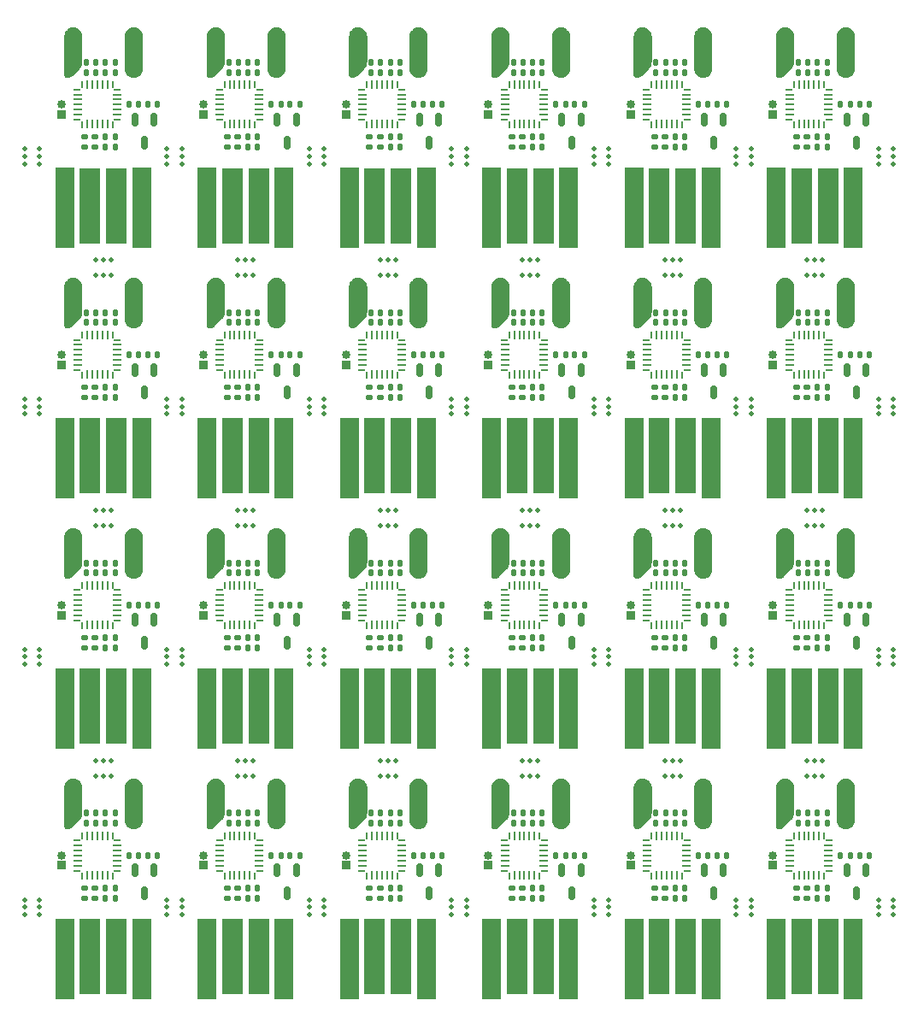
<source format=gbr>
%TF.GenerationSoftware,KiCad,Pcbnew,7.0.8*%
%TF.CreationDate,2024-02-11T12:05:53+00:00*%
%TF.ProjectId,QMK_controller_test,514d4b5f-636f-46e7-9472-6f6c6c65725f,rev?*%
%TF.SameCoordinates,Original*%
%TF.FileFunction,Soldermask,Top*%
%TF.FilePolarity,Negative*%
%FSLAX46Y46*%
G04 Gerber Fmt 4.6, Leading zero omitted, Abs format (unit mm)*
G04 Created by KiCad (PCBNEW 7.0.8) date 2024-02-11 12:05:53*
%MOMM*%
%LPD*%
G01*
G04 APERTURE LIST*
G04 Aperture macros list*
%AMRoundRect*
0 Rectangle with rounded corners*
0 $1 Rounding radius*
0 $2 $3 $4 $5 $6 $7 $8 $9 X,Y pos of 4 corners*
0 Add a 4 corners polygon primitive as box body*
4,1,4,$2,$3,$4,$5,$6,$7,$8,$9,$2,$3,0*
0 Add four circle primitives for the rounded corners*
1,1,$1+$1,$2,$3*
1,1,$1+$1,$4,$5*
1,1,$1+$1,$6,$7*
1,1,$1+$1,$8,$9*
0 Add four rect primitives between the rounded corners*
20,1,$1+$1,$2,$3,$4,$5,0*
20,1,$1+$1,$4,$5,$6,$7,0*
20,1,$1+$1,$6,$7,$8,$9,0*
20,1,$1+$1,$8,$9,$2,$3,0*%
%AMFreePoly0*
4,1,14,0.230680,0.111820,0.364320,-0.021821,0.377500,-0.053642,0.377500,-0.080000,0.364320,-0.111820,0.332500,-0.125000,-0.332500,-0.125000,-0.364320,-0.111820,-0.377500,-0.080000,-0.377500,0.080000,-0.364320,0.111820,-0.332500,0.125000,0.198860,0.125000,0.230680,0.111820,0.230680,0.111820,$1*%
%AMFreePoly1*
4,1,14,0.364320,0.111820,0.377500,0.080000,0.377501,0.053640,0.364318,0.021819,0.230680,-0.111820,0.198860,-0.125000,-0.332500,-0.125000,-0.364320,-0.111820,-0.377500,-0.080000,-0.377500,0.080000,-0.364320,0.111820,-0.332500,0.125000,0.332500,0.125000,0.364320,0.111820,0.364320,0.111820,$1*%
%AMFreePoly2*
4,1,15,0.053642,0.377500,0.080000,0.377500,0.111820,0.364320,0.125000,0.332500,0.125000,-0.332500,0.111820,-0.364320,0.080000,-0.377500,-0.080000,-0.377500,-0.111820,-0.364320,-0.125000,-0.332500,-0.125000,0.198860,-0.111820,0.230680,0.021820,0.364320,0.053640,0.377501,0.053642,0.377500,0.053642,0.377500,$1*%
%AMFreePoly3*
4,1,14,-0.021820,0.364320,0.111820,0.230679,0.125001,0.198860,0.125000,-0.332500,0.111820,-0.364320,0.080000,-0.377500,-0.080000,-0.377500,-0.111820,-0.364320,-0.125000,-0.332500,-0.125000,0.332500,-0.111820,0.364320,-0.080000,0.377500,-0.053640,0.377500,-0.021820,0.364320,-0.021820,0.364320,$1*%
%AMFreePoly4*
4,1,14,0.364320,0.111820,0.377500,0.080000,0.377500,-0.080000,0.364320,-0.111820,0.332500,-0.125000,-0.198860,-0.125001,-0.230680,-0.111818,-0.364320,0.021820,-0.377500,0.053640,-0.377500,0.080000,-0.364320,0.111820,-0.332500,0.125000,0.332500,0.125000,0.364320,0.111820,0.364320,0.111820,$1*%
%AMFreePoly5*
4,1,15,-0.198858,0.125000,0.332500,0.125000,0.364320,0.111820,0.377500,0.080000,0.377500,-0.080000,0.364320,-0.111820,0.332500,-0.125000,-0.332500,-0.125000,-0.364320,-0.111820,-0.377500,-0.080000,-0.377500,-0.053640,-0.364320,-0.021820,-0.230680,0.111820,-0.198860,0.125001,-0.198858,0.125000,-0.198858,0.125000,$1*%
%AMFreePoly6*
4,1,14,0.111820,0.364320,0.125000,0.332500,0.125001,-0.198860,0.111818,-0.230680,-0.021820,-0.364320,-0.053640,-0.377500,-0.080000,-0.377500,-0.111820,-0.364320,-0.125000,-0.332500,-0.125000,0.332500,-0.111820,0.364320,-0.080000,0.377500,0.080000,0.377500,0.111820,0.364320,0.111820,0.364320,$1*%
%AMFreePoly7*
4,1,14,0.111820,0.364320,0.125000,0.332500,0.125000,-0.332500,0.111820,-0.364320,0.080000,-0.377500,0.053640,-0.377501,0.021819,-0.364318,-0.111820,-0.230680,-0.125000,-0.198860,-0.125000,0.332500,-0.111820,0.364320,-0.080000,0.377500,0.080000,0.377500,0.111820,0.364320,0.111820,0.364320,$1*%
G04 Aperture macros list end*
%ADD10RoundRect,0.140000X-0.140000X-0.170000X0.140000X-0.170000X0.140000X0.170000X-0.140000X0.170000X0*%
%ADD11RoundRect,0.150000X-0.150000X0.512500X-0.150000X-0.512500X0.150000X-0.512500X0.150000X0.512500X0*%
%ADD12R,0.850000X0.850000*%
%ADD13O,0.850000X0.850000*%
%ADD14RoundRect,0.140000X0.140000X0.170000X-0.140000X0.170000X-0.140000X-0.170000X0.140000X-0.170000X0*%
%ADD15RoundRect,0.135000X-0.185000X0.135000X-0.185000X-0.135000X0.185000X-0.135000X0.185000X0.135000X0*%
%ADD16FreePoly0,90.000000*%
%ADD17RoundRect,0.062500X0.062500X-0.375000X0.062500X0.375000X-0.062500X0.375000X-0.062500X-0.375000X0*%
%ADD18FreePoly1,90.000000*%
%ADD19FreePoly2,90.000000*%
%ADD20RoundRect,0.062500X0.375000X-0.062500X0.375000X0.062500X-0.375000X0.062500X-0.375000X-0.062500X0*%
%ADD21FreePoly3,90.000000*%
%ADD22FreePoly4,90.000000*%
%ADD23FreePoly5,90.000000*%
%ADD24FreePoly6,90.000000*%
%ADD25FreePoly7,90.000000*%
%ADD26R,1.900000X8.000000*%
%ADD27R,2.000000X7.500000*%
%ADD28C,0.500000*%
%ADD29RoundRect,0.135000X0.185000X-0.135000X0.185000X0.135000X-0.185000X0.135000X-0.185000X-0.135000X0*%
G04 APERTURE END LIST*
D10*
%TO.C,C7*%
X156090000Y-111895000D03*
X157050000Y-111895000D03*
%TD*%
D11*
%TO.C,U2*%
X118600000Y-142357500D03*
X116700000Y-142357500D03*
X117650000Y-144632500D03*
%TD*%
D12*
%TO.C,J3*%
X109400000Y-67457500D03*
D13*
X109400000Y-66457500D03*
%TD*%
D14*
%TO.C,C5*%
X126950000Y-137695000D03*
X125990000Y-137695000D03*
%TD*%
D11*
%TO.C,U2*%
X90400000Y-117557500D03*
X88500000Y-117557500D03*
X89450000Y-119832500D03*
%TD*%
D10*
%TO.C,C8*%
X156090000Y-63295000D03*
X157050000Y-63295000D03*
%TD*%
D11*
%TO.C,U2*%
X90400000Y-142357500D03*
X88500000Y-142357500D03*
X89450000Y-144632500D03*
%TD*%
D10*
%TO.C,C3*%
X99690000Y-70695000D03*
X100650000Y-70695000D03*
%TD*%
D11*
%TO.C,U2*%
X132700000Y-92757500D03*
X130800000Y-92757500D03*
X131750000Y-95032500D03*
%TD*%
%TO.C,U2*%
X132700000Y-117557500D03*
X130800000Y-117557500D03*
X131750000Y-119832500D03*
%TD*%
D14*
%TO.C,C6*%
X126950000Y-111895000D03*
X125990000Y-111895000D03*
%TD*%
D15*
%TO.C,R2*%
X83550000Y-119287500D03*
X83550000Y-120307500D03*
%TD*%
D16*
%TO.C,U1*%
X97370000Y-118092500D03*
D17*
X97870000Y-118032500D03*
X98370000Y-118032500D03*
X98870000Y-118032500D03*
X99370000Y-118032500D03*
X99870000Y-118032500D03*
D18*
X100370000Y-118092500D03*
D19*
X100867500Y-117595000D03*
D20*
X100807500Y-117095000D03*
X100807500Y-116595000D03*
X100807500Y-116095000D03*
X100807500Y-115595000D03*
X100807500Y-115095000D03*
D21*
X100867500Y-114595000D03*
D22*
X100370000Y-114097500D03*
D17*
X99870000Y-114157500D03*
X99370000Y-114157500D03*
X98870000Y-114157500D03*
X98370000Y-114157500D03*
X97870000Y-114157500D03*
D23*
X97370000Y-114097500D03*
D24*
X96872500Y-114595000D03*
D20*
X96932500Y-115095000D03*
X96932500Y-115595000D03*
X96932500Y-116095000D03*
X96932500Y-116595000D03*
X96932500Y-117095000D03*
D25*
X96872500Y-117595000D03*
%TD*%
D10*
%TO.C,C2*%
X144290000Y-66495000D03*
X145250000Y-66495000D03*
%TD*%
%TO.C,C7*%
X113790000Y-136695000D03*
X114750000Y-136695000D03*
%TD*%
%TO.C,C1*%
X160270000Y-66495000D03*
X161230000Y-66495000D03*
%TD*%
D26*
%TO.C,J1*%
X117360000Y-126350000D03*
D27*
X114850000Y-126100000D03*
X112250000Y-126100000D03*
D26*
X109740000Y-126350000D03*
%TD*%
D10*
%TO.C,C7*%
X156090000Y-136695000D03*
X157050000Y-136695000D03*
%TD*%
D14*
%TO.C,C6*%
X84650000Y-87095000D03*
X83690000Y-87095000D03*
%TD*%
%TO.C,C5*%
X98750000Y-112895000D03*
X97790000Y-112895000D03*
%TD*%
D10*
%TO.C,C8*%
X85590000Y-88095000D03*
X86550000Y-88095000D03*
%TD*%
D14*
%TO.C,C6*%
X84650000Y-62295000D03*
X83690000Y-62295000D03*
%TD*%
D28*
%TO.C,mouse-bite-2mm-slot*%
X105750000Y-72350000D03*
X107250000Y-72350000D03*
X105750000Y-71600000D03*
X107250000Y-71600000D03*
X105750000Y-70850000D03*
X107250000Y-70850000D03*
%TD*%
D10*
%TO.C,C3*%
X141990000Y-70695000D03*
X142950000Y-70695000D03*
%TD*%
%TO.C,C1*%
X103870000Y-140895000D03*
X104830000Y-140895000D03*
%TD*%
D26*
%TO.C,J1*%
X131460000Y-101550000D03*
D27*
X128950000Y-101300000D03*
X126350000Y-101300000D03*
D26*
X123840000Y-101550000D03*
%TD*%
D11*
%TO.C,U2*%
X118600000Y-117557500D03*
X116700000Y-117557500D03*
X117650000Y-119832500D03*
%TD*%
%TO.C,U2*%
X104500000Y-92757500D03*
X102600000Y-92757500D03*
X103550000Y-95032500D03*
%TD*%
D28*
%TO.C,mouse-bite-2mm-slot*%
X162150000Y-72350000D03*
X163650000Y-72350000D03*
X162150000Y-71600000D03*
X163650000Y-71600000D03*
X162150000Y-70850000D03*
X163650000Y-70850000D03*
%TD*%
D11*
%TO.C,U2*%
X146800000Y-67957500D03*
X144900000Y-67957500D03*
X145850000Y-70232500D03*
%TD*%
D28*
%TO.C,mouse-bite-2mm-slot*%
X141000000Y-106707500D03*
X141000000Y-108207500D03*
X141750000Y-106707500D03*
X141750000Y-108207500D03*
X142500000Y-106707500D03*
X142500000Y-108207500D03*
%TD*%
D10*
%TO.C,C4*%
X113790000Y-119295000D03*
X114750000Y-119295000D03*
%TD*%
D28*
%TO.C,mouse-bite-2mm-slot*%
X98700000Y-131507500D03*
X98700000Y-133007500D03*
X99450000Y-131507500D03*
X99450000Y-133007500D03*
X100200000Y-131507500D03*
X100200000Y-133007500D03*
%TD*%
%TO.C,mouse-bite-2mm-slot*%
X91650000Y-146750000D03*
X93150000Y-146750000D03*
X91650000Y-146000000D03*
X93150000Y-146000000D03*
X91650000Y-145250000D03*
X93150000Y-145250000D03*
%TD*%
D29*
%TO.C,R1*%
X126870000Y-120305000D03*
X126870000Y-119285000D03*
%TD*%
D10*
%TO.C,C2*%
X116090000Y-91295000D03*
X117050000Y-91295000D03*
%TD*%
D16*
%TO.C,U1*%
X83270000Y-118092500D03*
D17*
X83770000Y-118032500D03*
X84270000Y-118032500D03*
X84770000Y-118032500D03*
X85270000Y-118032500D03*
X85770000Y-118032500D03*
D18*
X86270000Y-118092500D03*
D19*
X86767500Y-117595000D03*
D20*
X86707500Y-117095000D03*
X86707500Y-116595000D03*
X86707500Y-116095000D03*
X86707500Y-115595000D03*
X86707500Y-115095000D03*
D21*
X86767500Y-114595000D03*
D22*
X86270000Y-114097500D03*
D17*
X85770000Y-114157500D03*
X85270000Y-114157500D03*
X84770000Y-114157500D03*
X84270000Y-114157500D03*
X83770000Y-114157500D03*
D23*
X83270000Y-114097500D03*
D24*
X82772500Y-114595000D03*
D20*
X82832500Y-115095000D03*
X82832500Y-115595000D03*
X82832500Y-116095000D03*
X82832500Y-116595000D03*
X82832500Y-117095000D03*
D25*
X82772500Y-117595000D03*
%TD*%
D10*
%TO.C,C4*%
X127890000Y-119295000D03*
X128850000Y-119295000D03*
%TD*%
D12*
%TO.C,J3*%
X95300000Y-92257500D03*
D13*
X95300000Y-91257500D03*
%TD*%
D10*
%TO.C,C1*%
X160270000Y-116095000D03*
X161230000Y-116095000D03*
%TD*%
%TO.C,C2*%
X87890000Y-140895000D03*
X88850000Y-140895000D03*
%TD*%
D14*
%TO.C,C6*%
X126950000Y-87095000D03*
X125990000Y-87095000D03*
%TD*%
D10*
%TO.C,C2*%
X87890000Y-91295000D03*
X88850000Y-91295000D03*
%TD*%
%TO.C,C8*%
X156090000Y-112895000D03*
X157050000Y-112895000D03*
%TD*%
D16*
%TO.C,U1*%
X139670000Y-93292500D03*
D17*
X140170000Y-93232500D03*
X140670000Y-93232500D03*
X141170000Y-93232500D03*
X141670000Y-93232500D03*
X142170000Y-93232500D03*
D18*
X142670000Y-93292500D03*
D19*
X143167500Y-92795000D03*
D20*
X143107500Y-92295000D03*
X143107500Y-91795000D03*
X143107500Y-91295000D03*
X143107500Y-90795000D03*
X143107500Y-90295000D03*
D21*
X143167500Y-89795000D03*
D22*
X142670000Y-89297500D03*
D17*
X142170000Y-89357500D03*
X141670000Y-89357500D03*
X141170000Y-89357500D03*
X140670000Y-89357500D03*
X140170000Y-89357500D03*
D23*
X139670000Y-89297500D03*
D24*
X139172500Y-89795000D03*
D20*
X139232500Y-90295000D03*
X139232500Y-90795000D03*
X139232500Y-91295000D03*
X139232500Y-91795000D03*
X139232500Y-92295000D03*
D25*
X139172500Y-92795000D03*
%TD*%
D28*
%TO.C,mouse-bite-2mm-slot*%
X77550000Y-72350000D03*
X79050000Y-72350000D03*
X77550000Y-71600000D03*
X79050000Y-71600000D03*
X77550000Y-70850000D03*
X79050000Y-70850000D03*
%TD*%
D14*
%TO.C,C6*%
X98750000Y-62295000D03*
X97790000Y-62295000D03*
%TD*%
D29*
%TO.C,R1*%
X126870000Y-145105000D03*
X126870000Y-144085000D03*
%TD*%
D26*
%TO.C,J1*%
X89160000Y-126350000D03*
D27*
X86650000Y-126100000D03*
X84050000Y-126100000D03*
D26*
X81540000Y-126350000D03*
%TD*%
D28*
%TO.C,mouse-bite-2mm-slot*%
X105750000Y-121950000D03*
X107250000Y-121950000D03*
X105750000Y-121200000D03*
X107250000Y-121200000D03*
X105750000Y-120450000D03*
X107250000Y-120450000D03*
%TD*%
D10*
%TO.C,C8*%
X85590000Y-63295000D03*
X86550000Y-63295000D03*
%TD*%
D11*
%TO.C,U2*%
X160900000Y-92757500D03*
X159000000Y-92757500D03*
X159950000Y-95032500D03*
%TD*%
D10*
%TO.C,C4*%
X141990000Y-69695000D03*
X142950000Y-69695000D03*
%TD*%
D28*
%TO.C,mouse-bite-2mm-slot*%
X77550000Y-121950000D03*
X79050000Y-121950000D03*
X77550000Y-121200000D03*
X79050000Y-121200000D03*
X77550000Y-120450000D03*
X79050000Y-120450000D03*
%TD*%
D29*
%TO.C,R1*%
X112770000Y-70705000D03*
X112770000Y-69685000D03*
%TD*%
D15*
%TO.C,R2*%
X125850000Y-119287500D03*
X125850000Y-120307500D03*
%TD*%
D28*
%TO.C,mouse-bite-2mm-slot*%
X162150000Y-97150000D03*
X163650000Y-97150000D03*
X162150000Y-96400000D03*
X163650000Y-96400000D03*
X162150000Y-95650000D03*
X163650000Y-95650000D03*
%TD*%
D10*
%TO.C,C1*%
X132070000Y-66495000D03*
X133030000Y-66495000D03*
%TD*%
D29*
%TO.C,R1*%
X98670000Y-95505000D03*
X98670000Y-94485000D03*
%TD*%
D10*
%TO.C,C8*%
X113790000Y-88095000D03*
X114750000Y-88095000D03*
%TD*%
D15*
%TO.C,R2*%
X154050000Y-144087500D03*
X154050000Y-145107500D03*
%TD*%
D10*
%TO.C,C3*%
X156090000Y-145095000D03*
X157050000Y-145095000D03*
%TD*%
D14*
%TO.C,C5*%
X98750000Y-63295000D03*
X97790000Y-63295000D03*
%TD*%
D28*
%TO.C,mouse-bite-2mm-slot*%
X91650000Y-97150000D03*
X93150000Y-97150000D03*
X91650000Y-96400000D03*
X93150000Y-96400000D03*
X91650000Y-95650000D03*
X93150000Y-95650000D03*
%TD*%
D10*
%TO.C,C2*%
X130190000Y-116095000D03*
X131150000Y-116095000D03*
%TD*%
D15*
%TO.C,R2*%
X125850000Y-94487500D03*
X125850000Y-95507500D03*
%TD*%
%TO.C,R2*%
X111750000Y-119287500D03*
X111750000Y-120307500D03*
%TD*%
D10*
%TO.C,C3*%
X85590000Y-70695000D03*
X86550000Y-70695000D03*
%TD*%
%TO.C,C3*%
X127890000Y-145095000D03*
X128850000Y-145095000D03*
%TD*%
D14*
%TO.C,C6*%
X98750000Y-111895000D03*
X97790000Y-111895000D03*
%TD*%
D28*
%TO.C,mouse-bite-2mm-slot*%
X98700000Y-106707500D03*
X98700000Y-108207500D03*
X99450000Y-106707500D03*
X99450000Y-108207500D03*
X100200000Y-106707500D03*
X100200000Y-108207500D03*
%TD*%
D14*
%TO.C,C6*%
X98750000Y-136695000D03*
X97790000Y-136695000D03*
%TD*%
D10*
%TO.C,C4*%
X113790000Y-144095000D03*
X114750000Y-144095000D03*
%TD*%
D12*
%TO.C,J3*%
X81200000Y-141857500D03*
D13*
X81200000Y-140857500D03*
%TD*%
D29*
%TO.C,R1*%
X140970000Y-95505000D03*
X140970000Y-94485000D03*
%TD*%
D10*
%TO.C,C4*%
X127890000Y-144095000D03*
X128850000Y-144095000D03*
%TD*%
%TO.C,C2*%
X101990000Y-140895000D03*
X102950000Y-140895000D03*
%TD*%
%TO.C,C8*%
X99690000Y-137695000D03*
X100650000Y-137695000D03*
%TD*%
%TO.C,C7*%
X156090000Y-87095000D03*
X157050000Y-87095000D03*
%TD*%
D11*
%TO.C,U2*%
X160900000Y-67957500D03*
X159000000Y-67957500D03*
X159950000Y-70232500D03*
%TD*%
D10*
%TO.C,C7*%
X127890000Y-62295000D03*
X128850000Y-62295000D03*
%TD*%
D15*
%TO.C,R2*%
X97650000Y-119287500D03*
X97650000Y-120307500D03*
%TD*%
D14*
%TO.C,C6*%
X112850000Y-136695000D03*
X111890000Y-136695000D03*
%TD*%
D10*
%TO.C,C1*%
X117970000Y-66495000D03*
X118930000Y-66495000D03*
%TD*%
%TO.C,C4*%
X85590000Y-94495000D03*
X86550000Y-94495000D03*
%TD*%
%TO.C,C2*%
X130190000Y-91295000D03*
X131150000Y-91295000D03*
%TD*%
D26*
%TO.C,J1*%
X145560000Y-101550000D03*
D27*
X143050000Y-101300000D03*
X140450000Y-101300000D03*
D26*
X137940000Y-101550000D03*
%TD*%
D15*
%TO.C,R2*%
X97650000Y-94487500D03*
X97650000Y-95507500D03*
%TD*%
D10*
%TO.C,C2*%
X101990000Y-66495000D03*
X102950000Y-66495000D03*
%TD*%
D12*
%TO.C,J3*%
X137600000Y-117057500D03*
D13*
X137600000Y-116057500D03*
%TD*%
D26*
%TO.C,J1*%
X117360000Y-101550000D03*
D27*
X114850000Y-101300000D03*
X112250000Y-101300000D03*
D26*
X109740000Y-101550000D03*
%TD*%
D12*
%TO.C,J3*%
X123500000Y-117057500D03*
D13*
X123500000Y-116057500D03*
%TD*%
D10*
%TO.C,C2*%
X101990000Y-91295000D03*
X102950000Y-91295000D03*
%TD*%
D14*
%TO.C,C6*%
X98750000Y-87095000D03*
X97790000Y-87095000D03*
%TD*%
D10*
%TO.C,C4*%
X141990000Y-144095000D03*
X142950000Y-144095000D03*
%TD*%
D28*
%TO.C,mouse-bite-2mm-slot*%
X119850000Y-121950000D03*
X121350000Y-121950000D03*
X119850000Y-121200000D03*
X121350000Y-121200000D03*
X119850000Y-120450000D03*
X121350000Y-120450000D03*
%TD*%
D14*
%TO.C,C6*%
X155150000Y-136695000D03*
X154190000Y-136695000D03*
%TD*%
D10*
%TO.C,C3*%
X156090000Y-95495000D03*
X157050000Y-95495000D03*
%TD*%
D14*
%TO.C,C6*%
X112850000Y-87095000D03*
X111890000Y-87095000D03*
%TD*%
D16*
%TO.C,U1*%
X125570000Y-118092500D03*
D17*
X126070000Y-118032500D03*
X126570000Y-118032500D03*
X127070000Y-118032500D03*
X127570000Y-118032500D03*
X128070000Y-118032500D03*
D18*
X128570000Y-118092500D03*
D19*
X129067500Y-117595000D03*
D20*
X129007500Y-117095000D03*
X129007500Y-116595000D03*
X129007500Y-116095000D03*
X129007500Y-115595000D03*
X129007500Y-115095000D03*
D21*
X129067500Y-114595000D03*
D22*
X128570000Y-114097500D03*
D17*
X128070000Y-114157500D03*
X127570000Y-114157500D03*
X127070000Y-114157500D03*
X126570000Y-114157500D03*
X126070000Y-114157500D03*
D23*
X125570000Y-114097500D03*
D24*
X125072500Y-114595000D03*
D20*
X125132500Y-115095000D03*
X125132500Y-115595000D03*
X125132500Y-116095000D03*
X125132500Y-116595000D03*
X125132500Y-117095000D03*
D25*
X125072500Y-117595000D03*
%TD*%
D29*
%TO.C,R1*%
X126870000Y-70705000D03*
X126870000Y-69685000D03*
%TD*%
D14*
%TO.C,C6*%
X155150000Y-62295000D03*
X154190000Y-62295000D03*
%TD*%
D10*
%TO.C,C1*%
X117970000Y-91295000D03*
X118930000Y-91295000D03*
%TD*%
%TO.C,C8*%
X127890000Y-63295000D03*
X128850000Y-63295000D03*
%TD*%
%TO.C,C8*%
X127890000Y-112895000D03*
X128850000Y-112895000D03*
%TD*%
D16*
%TO.C,U1*%
X125570000Y-68492500D03*
D17*
X126070000Y-68432500D03*
X126570000Y-68432500D03*
X127070000Y-68432500D03*
X127570000Y-68432500D03*
X128070000Y-68432500D03*
D18*
X128570000Y-68492500D03*
D19*
X129067500Y-67995000D03*
D20*
X129007500Y-67495000D03*
X129007500Y-66995000D03*
X129007500Y-66495000D03*
X129007500Y-65995000D03*
X129007500Y-65495000D03*
D21*
X129067500Y-64995000D03*
D22*
X128570000Y-64497500D03*
D17*
X128070000Y-64557500D03*
X127570000Y-64557500D03*
X127070000Y-64557500D03*
X126570000Y-64557500D03*
X126070000Y-64557500D03*
D23*
X125570000Y-64497500D03*
D24*
X125072500Y-64995000D03*
D20*
X125132500Y-65495000D03*
X125132500Y-65995000D03*
X125132500Y-66495000D03*
X125132500Y-66995000D03*
X125132500Y-67495000D03*
D25*
X125072500Y-67995000D03*
%TD*%
D10*
%TO.C,C3*%
X85590000Y-120295000D03*
X86550000Y-120295000D03*
%TD*%
%TO.C,C7*%
X141990000Y-111895000D03*
X142950000Y-111895000D03*
%TD*%
D28*
%TO.C,mouse-bite-2mm-slot*%
X133950000Y-121950000D03*
X135450000Y-121950000D03*
X133950000Y-121200000D03*
X135450000Y-121200000D03*
X133950000Y-120450000D03*
X135450000Y-120450000D03*
%TD*%
D26*
%TO.C,J1*%
X103260000Y-76750000D03*
D27*
X100750000Y-76500000D03*
X98150000Y-76500000D03*
D26*
X95640000Y-76750000D03*
%TD*%
D10*
%TO.C,C3*%
X156090000Y-120295000D03*
X157050000Y-120295000D03*
%TD*%
D14*
%TO.C,C5*%
X141050000Y-63295000D03*
X140090000Y-63295000D03*
%TD*%
D28*
%TO.C,mouse-bite-2mm-slot*%
X133950000Y-72350000D03*
X135450000Y-72350000D03*
X133950000Y-71600000D03*
X135450000Y-71600000D03*
X133950000Y-70850000D03*
X135450000Y-70850000D03*
%TD*%
D10*
%TO.C,C3*%
X113790000Y-120295000D03*
X114750000Y-120295000D03*
%TD*%
D29*
%TO.C,R1*%
X140970000Y-70705000D03*
X140970000Y-69685000D03*
%TD*%
D14*
%TO.C,C6*%
X112850000Y-111895000D03*
X111890000Y-111895000D03*
%TD*%
D12*
%TO.C,J3*%
X123500000Y-67457500D03*
D13*
X123500000Y-66457500D03*
%TD*%
D11*
%TO.C,U2*%
X104500000Y-67957500D03*
X102600000Y-67957500D03*
X103550000Y-70232500D03*
%TD*%
D29*
%TO.C,R1*%
X140970000Y-120305000D03*
X140970000Y-119285000D03*
%TD*%
D10*
%TO.C,C2*%
X158390000Y-116095000D03*
X159350000Y-116095000D03*
%TD*%
%TO.C,C8*%
X156090000Y-88095000D03*
X157050000Y-88095000D03*
%TD*%
%TO.C,C8*%
X127890000Y-137695000D03*
X128850000Y-137695000D03*
%TD*%
D26*
%TO.C,J1*%
X159660000Y-101550000D03*
D27*
X157150000Y-101300000D03*
X154550000Y-101300000D03*
D26*
X152040000Y-101550000D03*
%TD*%
D10*
%TO.C,C7*%
X85590000Y-136695000D03*
X86550000Y-136695000D03*
%TD*%
D28*
%TO.C,mouse-bite-2mm-slot*%
X155100000Y-81907500D03*
X155100000Y-83407500D03*
X155850000Y-81907500D03*
X155850000Y-83407500D03*
X156600000Y-81907500D03*
X156600000Y-83407500D03*
%TD*%
D26*
%TO.C,J1*%
X159660000Y-126350000D03*
D27*
X157150000Y-126100000D03*
X154550000Y-126100000D03*
D26*
X152040000Y-126350000D03*
%TD*%
D10*
%TO.C,C2*%
X144290000Y-91295000D03*
X145250000Y-91295000D03*
%TD*%
D14*
%TO.C,C6*%
X141050000Y-136695000D03*
X140090000Y-136695000D03*
%TD*%
D28*
%TO.C,mouse-bite-2mm-slot*%
X141000000Y-131507500D03*
X141000000Y-133007500D03*
X141750000Y-131507500D03*
X141750000Y-133007500D03*
X142500000Y-131507500D03*
X142500000Y-133007500D03*
%TD*%
D29*
%TO.C,R1*%
X140970000Y-145105000D03*
X140970000Y-144085000D03*
%TD*%
D10*
%TO.C,C4*%
X85590000Y-69695000D03*
X86550000Y-69695000D03*
%TD*%
D14*
%TO.C,C5*%
X155150000Y-137695000D03*
X154190000Y-137695000D03*
%TD*%
D12*
%TO.C,J3*%
X123500000Y-141857500D03*
D13*
X123500000Y-140857500D03*
%TD*%
D10*
%TO.C,C7*%
X127890000Y-87095000D03*
X128850000Y-87095000D03*
%TD*%
D14*
%TO.C,C6*%
X141050000Y-62295000D03*
X140090000Y-62295000D03*
%TD*%
D12*
%TO.C,J3*%
X123500000Y-92257500D03*
D13*
X123500000Y-91257500D03*
%TD*%
D12*
%TO.C,J3*%
X137600000Y-67457500D03*
D13*
X137600000Y-66457500D03*
%TD*%
D14*
%TO.C,C5*%
X98750000Y-137695000D03*
X97790000Y-137695000D03*
%TD*%
D26*
%TO.C,J1*%
X117360000Y-76750000D03*
D27*
X114850000Y-76500000D03*
X112250000Y-76500000D03*
D26*
X109740000Y-76750000D03*
%TD*%
D10*
%TO.C,C1*%
X103870000Y-116095000D03*
X104830000Y-116095000D03*
%TD*%
%TO.C,C7*%
X99690000Y-62295000D03*
X100650000Y-62295000D03*
%TD*%
%TO.C,C1*%
X89770000Y-66495000D03*
X90730000Y-66495000D03*
%TD*%
D28*
%TO.C,mouse-bite-2mm-slot*%
X112800000Y-131507500D03*
X112800000Y-133007500D03*
X113550000Y-131507500D03*
X113550000Y-133007500D03*
X114300000Y-131507500D03*
X114300000Y-133007500D03*
%TD*%
D10*
%TO.C,C4*%
X85590000Y-119295000D03*
X86550000Y-119295000D03*
%TD*%
D15*
%TO.C,R2*%
X125850000Y-144087500D03*
X125850000Y-145107500D03*
%TD*%
D12*
%TO.C,J3*%
X95300000Y-141857500D03*
D13*
X95300000Y-140857500D03*
%TD*%
D10*
%TO.C,C2*%
X101990000Y-116095000D03*
X102950000Y-116095000D03*
%TD*%
%TO.C,C7*%
X85590000Y-111895000D03*
X86550000Y-111895000D03*
%TD*%
D28*
%TO.C,mouse-bite-2mm-slot*%
X77550000Y-97150000D03*
X79050000Y-97150000D03*
X77550000Y-96400000D03*
X79050000Y-96400000D03*
X77550000Y-95650000D03*
X79050000Y-95650000D03*
%TD*%
D10*
%TO.C,C2*%
X144290000Y-140895000D03*
X145250000Y-140895000D03*
%TD*%
%TO.C,C3*%
X141990000Y-145095000D03*
X142950000Y-145095000D03*
%TD*%
D28*
%TO.C,mouse-bite-2mm-slot*%
X126900000Y-131507500D03*
X126900000Y-133007500D03*
X127650000Y-131507500D03*
X127650000Y-133007500D03*
X128400000Y-131507500D03*
X128400000Y-133007500D03*
%TD*%
D10*
%TO.C,C4*%
X156090000Y-69695000D03*
X157050000Y-69695000D03*
%TD*%
D26*
%TO.C,J1*%
X131460000Y-151150000D03*
D27*
X128950000Y-150900000D03*
X126350000Y-150900000D03*
D26*
X123840000Y-151150000D03*
%TD*%
D10*
%TO.C,C8*%
X141990000Y-112895000D03*
X142950000Y-112895000D03*
%TD*%
D28*
%TO.C,mouse-bite-2mm-slot*%
X148050000Y-72350000D03*
X149550000Y-72350000D03*
X148050000Y-71600000D03*
X149550000Y-71600000D03*
X148050000Y-70850000D03*
X149550000Y-70850000D03*
%TD*%
%TO.C,mouse-bite-2mm-slot*%
X77550000Y-146750000D03*
X79050000Y-146750000D03*
X77550000Y-146000000D03*
X79050000Y-146000000D03*
X77550000Y-145250000D03*
X79050000Y-145250000D03*
%TD*%
D10*
%TO.C,C1*%
X132070000Y-140895000D03*
X133030000Y-140895000D03*
%TD*%
%TO.C,C4*%
X127890000Y-69695000D03*
X128850000Y-69695000D03*
%TD*%
%TO.C,C1*%
X103870000Y-91295000D03*
X104830000Y-91295000D03*
%TD*%
D12*
%TO.C,J3*%
X109400000Y-92257500D03*
D13*
X109400000Y-91257500D03*
%TD*%
D15*
%TO.C,R2*%
X83550000Y-69687500D03*
X83550000Y-70707500D03*
%TD*%
D11*
%TO.C,U2*%
X90400000Y-67957500D03*
X88500000Y-67957500D03*
X89450000Y-70232500D03*
%TD*%
D15*
%TO.C,R2*%
X83550000Y-144087500D03*
X83550000Y-145107500D03*
%TD*%
D14*
%TO.C,C5*%
X112850000Y-137695000D03*
X111890000Y-137695000D03*
%TD*%
D11*
%TO.C,U2*%
X132700000Y-67957500D03*
X130800000Y-67957500D03*
X131750000Y-70232500D03*
%TD*%
D29*
%TO.C,R1*%
X84570000Y-145105000D03*
X84570000Y-144085000D03*
%TD*%
D10*
%TO.C,C4*%
X127890000Y-94495000D03*
X128850000Y-94495000D03*
%TD*%
D14*
%TO.C,C5*%
X141050000Y-88095000D03*
X140090000Y-88095000D03*
%TD*%
D10*
%TO.C,C7*%
X113790000Y-62295000D03*
X114750000Y-62295000D03*
%TD*%
%TO.C,C4*%
X113790000Y-69695000D03*
X114750000Y-69695000D03*
%TD*%
D26*
%TO.C,J1*%
X103260000Y-101550000D03*
D27*
X100750000Y-101300000D03*
X98150000Y-101300000D03*
D26*
X95640000Y-101550000D03*
%TD*%
D10*
%TO.C,C3*%
X113790000Y-70695000D03*
X114750000Y-70695000D03*
%TD*%
D16*
%TO.C,U1*%
X111470000Y-93292500D03*
D17*
X111970000Y-93232500D03*
X112470000Y-93232500D03*
X112970000Y-93232500D03*
X113470000Y-93232500D03*
X113970000Y-93232500D03*
D18*
X114470000Y-93292500D03*
D19*
X114967500Y-92795000D03*
D20*
X114907500Y-92295000D03*
X114907500Y-91795000D03*
X114907500Y-91295000D03*
X114907500Y-90795000D03*
X114907500Y-90295000D03*
D21*
X114967500Y-89795000D03*
D22*
X114470000Y-89297500D03*
D17*
X113970000Y-89357500D03*
X113470000Y-89357500D03*
X112970000Y-89357500D03*
X112470000Y-89357500D03*
X111970000Y-89357500D03*
D23*
X111470000Y-89297500D03*
D24*
X110972500Y-89795000D03*
D20*
X111032500Y-90295000D03*
X111032500Y-90795000D03*
X111032500Y-91295000D03*
X111032500Y-91795000D03*
X111032500Y-92295000D03*
D25*
X110972500Y-92795000D03*
%TD*%
D10*
%TO.C,C3*%
X113790000Y-145095000D03*
X114750000Y-145095000D03*
%TD*%
D16*
%TO.C,U1*%
X97370000Y-142892500D03*
D17*
X97870000Y-142832500D03*
X98370000Y-142832500D03*
X98870000Y-142832500D03*
X99370000Y-142832500D03*
X99870000Y-142832500D03*
D18*
X100370000Y-142892500D03*
D19*
X100867500Y-142395000D03*
D20*
X100807500Y-141895000D03*
X100807500Y-141395000D03*
X100807500Y-140895000D03*
X100807500Y-140395000D03*
X100807500Y-139895000D03*
D21*
X100867500Y-139395000D03*
D22*
X100370000Y-138897500D03*
D17*
X99870000Y-138957500D03*
X99370000Y-138957500D03*
X98870000Y-138957500D03*
X98370000Y-138957500D03*
X97870000Y-138957500D03*
D23*
X97370000Y-138897500D03*
D24*
X96872500Y-139395000D03*
D20*
X96932500Y-139895000D03*
X96932500Y-140395000D03*
X96932500Y-140895000D03*
X96932500Y-141395000D03*
X96932500Y-141895000D03*
D25*
X96872500Y-142395000D03*
%TD*%
D10*
%TO.C,C7*%
X113790000Y-87095000D03*
X114750000Y-87095000D03*
%TD*%
%TO.C,C8*%
X85590000Y-137695000D03*
X86550000Y-137695000D03*
%TD*%
%TO.C,C4*%
X156090000Y-144095000D03*
X157050000Y-144095000D03*
%TD*%
D15*
%TO.C,R2*%
X111750000Y-144087500D03*
X111750000Y-145107500D03*
%TD*%
D14*
%TO.C,C5*%
X112850000Y-88095000D03*
X111890000Y-88095000D03*
%TD*%
D10*
%TO.C,C1*%
X117970000Y-116095000D03*
X118930000Y-116095000D03*
%TD*%
D16*
%TO.C,U1*%
X111470000Y-118092500D03*
D17*
X111970000Y-118032500D03*
X112470000Y-118032500D03*
X112970000Y-118032500D03*
X113470000Y-118032500D03*
X113970000Y-118032500D03*
D18*
X114470000Y-118092500D03*
D19*
X114967500Y-117595000D03*
D20*
X114907500Y-117095000D03*
X114907500Y-116595000D03*
X114907500Y-116095000D03*
X114907500Y-115595000D03*
X114907500Y-115095000D03*
D21*
X114967500Y-114595000D03*
D22*
X114470000Y-114097500D03*
D17*
X113970000Y-114157500D03*
X113470000Y-114157500D03*
X112970000Y-114157500D03*
X112470000Y-114157500D03*
X111970000Y-114157500D03*
D23*
X111470000Y-114097500D03*
D24*
X110972500Y-114595000D03*
D20*
X111032500Y-115095000D03*
X111032500Y-115595000D03*
X111032500Y-116095000D03*
X111032500Y-116595000D03*
X111032500Y-117095000D03*
D25*
X110972500Y-117595000D03*
%TD*%
D14*
%TO.C,C5*%
X155150000Y-63295000D03*
X154190000Y-63295000D03*
%TD*%
D16*
%TO.C,U1*%
X139670000Y-68492500D03*
D17*
X140170000Y-68432500D03*
X140670000Y-68432500D03*
X141170000Y-68432500D03*
X141670000Y-68432500D03*
X142170000Y-68432500D03*
D18*
X142670000Y-68492500D03*
D19*
X143167500Y-67995000D03*
D20*
X143107500Y-67495000D03*
X143107500Y-66995000D03*
X143107500Y-66495000D03*
X143107500Y-65995000D03*
X143107500Y-65495000D03*
D21*
X143167500Y-64995000D03*
D22*
X142670000Y-64497500D03*
D17*
X142170000Y-64557500D03*
X141670000Y-64557500D03*
X141170000Y-64557500D03*
X140670000Y-64557500D03*
X140170000Y-64557500D03*
D23*
X139670000Y-64497500D03*
D24*
X139172500Y-64995000D03*
D20*
X139232500Y-65495000D03*
X139232500Y-65995000D03*
X139232500Y-66495000D03*
X139232500Y-66995000D03*
X139232500Y-67495000D03*
D25*
X139172500Y-67995000D03*
%TD*%
D10*
%TO.C,C7*%
X99690000Y-136695000D03*
X100650000Y-136695000D03*
%TD*%
%TO.C,C2*%
X130190000Y-66495000D03*
X131150000Y-66495000D03*
%TD*%
%TO.C,C8*%
X113790000Y-137695000D03*
X114750000Y-137695000D03*
%TD*%
%TO.C,C4*%
X113790000Y-94495000D03*
X114750000Y-94495000D03*
%TD*%
D12*
%TO.C,J3*%
X151700000Y-67457500D03*
D13*
X151700000Y-66457500D03*
%TD*%
D10*
%TO.C,C1*%
X146170000Y-140895000D03*
X147130000Y-140895000D03*
%TD*%
D15*
%TO.C,R2*%
X111750000Y-69687500D03*
X111750000Y-70707500D03*
%TD*%
D10*
%TO.C,C2*%
X158390000Y-140895000D03*
X159350000Y-140895000D03*
%TD*%
D28*
%TO.C,mouse-bite-2mm-slot*%
X91650000Y-72350000D03*
X93150000Y-72350000D03*
X91650000Y-71600000D03*
X93150000Y-71600000D03*
X91650000Y-70850000D03*
X93150000Y-70850000D03*
%TD*%
D16*
%TO.C,U1*%
X111470000Y-142892500D03*
D17*
X111970000Y-142832500D03*
X112470000Y-142832500D03*
X112970000Y-142832500D03*
X113470000Y-142832500D03*
X113970000Y-142832500D03*
D18*
X114470000Y-142892500D03*
D19*
X114967500Y-142395000D03*
D20*
X114907500Y-141895000D03*
X114907500Y-141395000D03*
X114907500Y-140895000D03*
X114907500Y-140395000D03*
X114907500Y-139895000D03*
D21*
X114967500Y-139395000D03*
D22*
X114470000Y-138897500D03*
D17*
X113970000Y-138957500D03*
X113470000Y-138957500D03*
X112970000Y-138957500D03*
X112470000Y-138957500D03*
X111970000Y-138957500D03*
D23*
X111470000Y-138897500D03*
D24*
X110972500Y-139395000D03*
D20*
X111032500Y-139895000D03*
X111032500Y-140395000D03*
X111032500Y-140895000D03*
X111032500Y-141395000D03*
X111032500Y-141895000D03*
D25*
X110972500Y-142395000D03*
%TD*%
D14*
%TO.C,C5*%
X126950000Y-88095000D03*
X125990000Y-88095000D03*
%TD*%
D16*
%TO.C,U1*%
X83270000Y-68492500D03*
D17*
X83770000Y-68432500D03*
X84270000Y-68432500D03*
X84770000Y-68432500D03*
X85270000Y-68432500D03*
X85770000Y-68432500D03*
D18*
X86270000Y-68492500D03*
D19*
X86767500Y-67995000D03*
D20*
X86707500Y-67495000D03*
X86707500Y-66995000D03*
X86707500Y-66495000D03*
X86707500Y-65995000D03*
X86707500Y-65495000D03*
D21*
X86767500Y-64995000D03*
D22*
X86270000Y-64497500D03*
D17*
X85770000Y-64557500D03*
X85270000Y-64557500D03*
X84770000Y-64557500D03*
X84270000Y-64557500D03*
X83770000Y-64557500D03*
D23*
X83270000Y-64497500D03*
D24*
X82772500Y-64995000D03*
D20*
X82832500Y-65495000D03*
X82832500Y-65995000D03*
X82832500Y-66495000D03*
X82832500Y-66995000D03*
X82832500Y-67495000D03*
D25*
X82772500Y-67995000D03*
%TD*%
D16*
%TO.C,U1*%
X97370000Y-93292500D03*
D17*
X97870000Y-93232500D03*
X98370000Y-93232500D03*
X98870000Y-93232500D03*
X99370000Y-93232500D03*
X99870000Y-93232500D03*
D18*
X100370000Y-93292500D03*
D19*
X100867500Y-92795000D03*
D20*
X100807500Y-92295000D03*
X100807500Y-91795000D03*
X100807500Y-91295000D03*
X100807500Y-90795000D03*
X100807500Y-90295000D03*
D21*
X100867500Y-89795000D03*
D22*
X100370000Y-89297500D03*
D17*
X99870000Y-89357500D03*
X99370000Y-89357500D03*
X98870000Y-89357500D03*
X98370000Y-89357500D03*
X97870000Y-89357500D03*
D23*
X97370000Y-89297500D03*
D24*
X96872500Y-89795000D03*
D20*
X96932500Y-90295000D03*
X96932500Y-90795000D03*
X96932500Y-91295000D03*
X96932500Y-91795000D03*
X96932500Y-92295000D03*
D25*
X96872500Y-92795000D03*
%TD*%
D12*
%TO.C,J3*%
X95300000Y-117057500D03*
D13*
X95300000Y-116057500D03*
%TD*%
D16*
%TO.C,U1*%
X111470000Y-68492500D03*
D17*
X111970000Y-68432500D03*
X112470000Y-68432500D03*
X112970000Y-68432500D03*
X113470000Y-68432500D03*
X113970000Y-68432500D03*
D18*
X114470000Y-68492500D03*
D19*
X114967500Y-67995000D03*
D20*
X114907500Y-67495000D03*
X114907500Y-66995000D03*
X114907500Y-66495000D03*
X114907500Y-65995000D03*
X114907500Y-65495000D03*
D21*
X114967500Y-64995000D03*
D22*
X114470000Y-64497500D03*
D17*
X113970000Y-64557500D03*
X113470000Y-64557500D03*
X112970000Y-64557500D03*
X112470000Y-64557500D03*
X111970000Y-64557500D03*
D23*
X111470000Y-64497500D03*
D24*
X110972500Y-64995000D03*
D20*
X111032500Y-65495000D03*
X111032500Y-65995000D03*
X111032500Y-66495000D03*
X111032500Y-66995000D03*
X111032500Y-67495000D03*
D25*
X110972500Y-67995000D03*
%TD*%
D10*
%TO.C,C4*%
X99690000Y-119295000D03*
X100650000Y-119295000D03*
%TD*%
D14*
%TO.C,C5*%
X141050000Y-112895000D03*
X140090000Y-112895000D03*
%TD*%
D28*
%TO.C,mouse-bite-2mm-slot*%
X119850000Y-97150000D03*
X121350000Y-97150000D03*
X119850000Y-96400000D03*
X121350000Y-96400000D03*
X119850000Y-95650000D03*
X121350000Y-95650000D03*
%TD*%
D16*
%TO.C,U1*%
X153770000Y-68492500D03*
D17*
X154270000Y-68432500D03*
X154770000Y-68432500D03*
X155270000Y-68432500D03*
X155770000Y-68432500D03*
X156270000Y-68432500D03*
D18*
X156770000Y-68492500D03*
D19*
X157267500Y-67995000D03*
D20*
X157207500Y-67495000D03*
X157207500Y-66995000D03*
X157207500Y-66495000D03*
X157207500Y-65995000D03*
X157207500Y-65495000D03*
D21*
X157267500Y-64995000D03*
D22*
X156770000Y-64497500D03*
D17*
X156270000Y-64557500D03*
X155770000Y-64557500D03*
X155270000Y-64557500D03*
X154770000Y-64557500D03*
X154270000Y-64557500D03*
D23*
X153770000Y-64497500D03*
D24*
X153272500Y-64995000D03*
D20*
X153332500Y-65495000D03*
X153332500Y-65995000D03*
X153332500Y-66495000D03*
X153332500Y-66995000D03*
X153332500Y-67495000D03*
D25*
X153272500Y-67995000D03*
%TD*%
D14*
%TO.C,C6*%
X155150000Y-87095000D03*
X154190000Y-87095000D03*
%TD*%
%TO.C,C5*%
X155150000Y-112895000D03*
X154190000Y-112895000D03*
%TD*%
D10*
%TO.C,C1*%
X89770000Y-140895000D03*
X90730000Y-140895000D03*
%TD*%
D11*
%TO.C,U2*%
X132700000Y-142357500D03*
X130800000Y-142357500D03*
X131750000Y-144632500D03*
%TD*%
D10*
%TO.C,C8*%
X127890000Y-88095000D03*
X128850000Y-88095000D03*
%TD*%
D28*
%TO.C,mouse-bite-2mm-slot*%
X133950000Y-97150000D03*
X135450000Y-97150000D03*
X133950000Y-96400000D03*
X135450000Y-96400000D03*
X133950000Y-95650000D03*
X135450000Y-95650000D03*
%TD*%
%TO.C,mouse-bite-2mm-slot*%
X141000000Y-81907500D03*
X141000000Y-83407500D03*
X141750000Y-81907500D03*
X141750000Y-83407500D03*
X142500000Y-81907500D03*
X142500000Y-83407500D03*
%TD*%
D10*
%TO.C,C2*%
X158390000Y-91295000D03*
X159350000Y-91295000D03*
%TD*%
D14*
%TO.C,C6*%
X84650000Y-136695000D03*
X83690000Y-136695000D03*
%TD*%
D11*
%TO.C,U2*%
X160900000Y-142357500D03*
X159000000Y-142357500D03*
X159950000Y-144632500D03*
%TD*%
%TO.C,U2*%
X146800000Y-142357500D03*
X144900000Y-142357500D03*
X145850000Y-144632500D03*
%TD*%
D10*
%TO.C,C8*%
X113790000Y-63295000D03*
X114750000Y-63295000D03*
%TD*%
D28*
%TO.C,mouse-bite-2mm-slot*%
X84600000Y-106707500D03*
X84600000Y-108207500D03*
X85350000Y-106707500D03*
X85350000Y-108207500D03*
X86100000Y-106707500D03*
X86100000Y-108207500D03*
%TD*%
%TO.C,mouse-bite-2mm-slot*%
X84600000Y-81907500D03*
X84600000Y-83407500D03*
X85350000Y-81907500D03*
X85350000Y-83407500D03*
X86100000Y-81907500D03*
X86100000Y-83407500D03*
%TD*%
D14*
%TO.C,C5*%
X126950000Y-112895000D03*
X125990000Y-112895000D03*
%TD*%
D11*
%TO.C,U2*%
X90400000Y-92757500D03*
X88500000Y-92757500D03*
X89450000Y-95032500D03*
%TD*%
D16*
%TO.C,U1*%
X125570000Y-93292500D03*
D17*
X126070000Y-93232500D03*
X126570000Y-93232500D03*
X127070000Y-93232500D03*
X127570000Y-93232500D03*
X128070000Y-93232500D03*
D18*
X128570000Y-93292500D03*
D19*
X129067500Y-92795000D03*
D20*
X129007500Y-92295000D03*
X129007500Y-91795000D03*
X129007500Y-91295000D03*
X129007500Y-90795000D03*
X129007500Y-90295000D03*
D21*
X129067500Y-89795000D03*
D22*
X128570000Y-89297500D03*
D17*
X128070000Y-89357500D03*
X127570000Y-89357500D03*
X127070000Y-89357500D03*
X126570000Y-89357500D03*
X126070000Y-89357500D03*
D23*
X125570000Y-89297500D03*
D24*
X125072500Y-89795000D03*
D20*
X125132500Y-90295000D03*
X125132500Y-90795000D03*
X125132500Y-91295000D03*
X125132500Y-91795000D03*
X125132500Y-92295000D03*
D25*
X125072500Y-92795000D03*
%TD*%
D10*
%TO.C,C3*%
X99690000Y-120295000D03*
X100650000Y-120295000D03*
%TD*%
%TO.C,C3*%
X127890000Y-95495000D03*
X128850000Y-95495000D03*
%TD*%
D29*
%TO.C,R1*%
X155070000Y-70705000D03*
X155070000Y-69685000D03*
%TD*%
D14*
%TO.C,C5*%
X112850000Y-63295000D03*
X111890000Y-63295000D03*
%TD*%
D10*
%TO.C,C2*%
X158390000Y-66495000D03*
X159350000Y-66495000D03*
%TD*%
%TO.C,C2*%
X87890000Y-66495000D03*
X88850000Y-66495000D03*
%TD*%
D15*
%TO.C,R2*%
X125850000Y-69687500D03*
X125850000Y-70707500D03*
%TD*%
D10*
%TO.C,C7*%
X85590000Y-62295000D03*
X86550000Y-62295000D03*
%TD*%
D16*
%TO.C,U1*%
X153770000Y-118092500D03*
D17*
X154270000Y-118032500D03*
X154770000Y-118032500D03*
X155270000Y-118032500D03*
X155770000Y-118032500D03*
X156270000Y-118032500D03*
D18*
X156770000Y-118092500D03*
D19*
X157267500Y-117595000D03*
D20*
X157207500Y-117095000D03*
X157207500Y-116595000D03*
X157207500Y-116095000D03*
X157207500Y-115595000D03*
X157207500Y-115095000D03*
D21*
X157267500Y-114595000D03*
D22*
X156770000Y-114097500D03*
D17*
X156270000Y-114157500D03*
X155770000Y-114157500D03*
X155270000Y-114157500D03*
X154770000Y-114157500D03*
X154270000Y-114157500D03*
D23*
X153770000Y-114097500D03*
D24*
X153272500Y-114595000D03*
D20*
X153332500Y-115095000D03*
X153332500Y-115595000D03*
X153332500Y-116095000D03*
X153332500Y-116595000D03*
X153332500Y-117095000D03*
D25*
X153272500Y-117595000D03*
%TD*%
D14*
%TO.C,C5*%
X84650000Y-112895000D03*
X83690000Y-112895000D03*
%TD*%
D12*
%TO.C,J3*%
X109400000Y-141857500D03*
D13*
X109400000Y-140857500D03*
%TD*%
D10*
%TO.C,C8*%
X156090000Y-137695000D03*
X157050000Y-137695000D03*
%TD*%
%TO.C,C1*%
X132070000Y-116095000D03*
X133030000Y-116095000D03*
%TD*%
D14*
%TO.C,C6*%
X141050000Y-111895000D03*
X140090000Y-111895000D03*
%TD*%
D26*
%TO.C,J1*%
X159660000Y-151150000D03*
D27*
X157150000Y-150900000D03*
X154550000Y-150900000D03*
D26*
X152040000Y-151150000D03*
%TD*%
D10*
%TO.C,C3*%
X156090000Y-70695000D03*
X157050000Y-70695000D03*
%TD*%
D16*
%TO.C,U1*%
X83270000Y-142892500D03*
D17*
X83770000Y-142832500D03*
X84270000Y-142832500D03*
X84770000Y-142832500D03*
X85270000Y-142832500D03*
X85770000Y-142832500D03*
D18*
X86270000Y-142892500D03*
D19*
X86767500Y-142395000D03*
D20*
X86707500Y-141895000D03*
X86707500Y-141395000D03*
X86707500Y-140895000D03*
X86707500Y-140395000D03*
X86707500Y-139895000D03*
D21*
X86767500Y-139395000D03*
D22*
X86270000Y-138897500D03*
D17*
X85770000Y-138957500D03*
X85270000Y-138957500D03*
X84770000Y-138957500D03*
X84270000Y-138957500D03*
X83770000Y-138957500D03*
D23*
X83270000Y-138897500D03*
D24*
X82772500Y-139395000D03*
D20*
X82832500Y-139895000D03*
X82832500Y-140395000D03*
X82832500Y-140895000D03*
X82832500Y-141395000D03*
X82832500Y-141895000D03*
D25*
X82772500Y-142395000D03*
%TD*%
D10*
%TO.C,C3*%
X141990000Y-120295000D03*
X142950000Y-120295000D03*
%TD*%
%TO.C,C4*%
X99690000Y-69695000D03*
X100650000Y-69695000D03*
%TD*%
D15*
%TO.C,R2*%
X97650000Y-144087500D03*
X97650000Y-145107500D03*
%TD*%
%TO.C,R2*%
X154050000Y-69687500D03*
X154050000Y-70707500D03*
%TD*%
D16*
%TO.C,U1*%
X83270000Y-93292500D03*
D17*
X83770000Y-93232500D03*
X84270000Y-93232500D03*
X84770000Y-93232500D03*
X85270000Y-93232500D03*
X85770000Y-93232500D03*
D18*
X86270000Y-93292500D03*
D19*
X86767500Y-92795000D03*
D20*
X86707500Y-92295000D03*
X86707500Y-91795000D03*
X86707500Y-91295000D03*
X86707500Y-90795000D03*
X86707500Y-90295000D03*
D21*
X86767500Y-89795000D03*
D22*
X86270000Y-89297500D03*
D17*
X85770000Y-89357500D03*
X85270000Y-89357500D03*
X84770000Y-89357500D03*
X84270000Y-89357500D03*
X83770000Y-89357500D03*
D23*
X83270000Y-89297500D03*
D24*
X82772500Y-89795000D03*
D20*
X82832500Y-90295000D03*
X82832500Y-90795000D03*
X82832500Y-91295000D03*
X82832500Y-91795000D03*
X82832500Y-92295000D03*
D25*
X82772500Y-92795000D03*
%TD*%
D14*
%TO.C,C5*%
X98750000Y-88095000D03*
X97790000Y-88095000D03*
%TD*%
%TO.C,C5*%
X141050000Y-137695000D03*
X140090000Y-137695000D03*
%TD*%
D28*
%TO.C,mouse-bite-2mm-slot*%
X112800000Y-81907500D03*
X112800000Y-83407500D03*
X113550000Y-81907500D03*
X113550000Y-83407500D03*
X114300000Y-81907500D03*
X114300000Y-83407500D03*
%TD*%
D11*
%TO.C,U2*%
X146800000Y-92757500D03*
X144900000Y-92757500D03*
X145850000Y-95032500D03*
%TD*%
D10*
%TO.C,C1*%
X103870000Y-66495000D03*
X104830000Y-66495000D03*
%TD*%
D16*
%TO.C,U1*%
X139670000Y-142892500D03*
D17*
X140170000Y-142832500D03*
X140670000Y-142832500D03*
X141170000Y-142832500D03*
X141670000Y-142832500D03*
X142170000Y-142832500D03*
D18*
X142670000Y-142892500D03*
D19*
X143167500Y-142395000D03*
D20*
X143107500Y-141895000D03*
X143107500Y-141395000D03*
X143107500Y-140895000D03*
X143107500Y-140395000D03*
X143107500Y-139895000D03*
D21*
X143167500Y-139395000D03*
D22*
X142670000Y-138897500D03*
D17*
X142170000Y-138957500D03*
X141670000Y-138957500D03*
X141170000Y-138957500D03*
X140670000Y-138957500D03*
X140170000Y-138957500D03*
D23*
X139670000Y-138897500D03*
D24*
X139172500Y-139395000D03*
D20*
X139232500Y-139895000D03*
X139232500Y-140395000D03*
X139232500Y-140895000D03*
X139232500Y-141395000D03*
X139232500Y-141895000D03*
D25*
X139172500Y-142395000D03*
%TD*%
D10*
%TO.C,C8*%
X141990000Y-63295000D03*
X142950000Y-63295000D03*
%TD*%
D16*
%TO.C,U1*%
X153770000Y-93292500D03*
D17*
X154270000Y-93232500D03*
X154770000Y-93232500D03*
X155270000Y-93232500D03*
X155770000Y-93232500D03*
X156270000Y-93232500D03*
D18*
X156770000Y-93292500D03*
D19*
X157267500Y-92795000D03*
D20*
X157207500Y-92295000D03*
X157207500Y-91795000D03*
X157207500Y-91295000D03*
X157207500Y-90795000D03*
X157207500Y-90295000D03*
D21*
X157267500Y-89795000D03*
D22*
X156770000Y-89297500D03*
D17*
X156270000Y-89357500D03*
X155770000Y-89357500D03*
X155270000Y-89357500D03*
X154770000Y-89357500D03*
X154270000Y-89357500D03*
D23*
X153770000Y-89297500D03*
D24*
X153272500Y-89795000D03*
D20*
X153332500Y-90295000D03*
X153332500Y-90795000D03*
X153332500Y-91295000D03*
X153332500Y-91795000D03*
X153332500Y-92295000D03*
D25*
X153272500Y-92795000D03*
%TD*%
D10*
%TO.C,C7*%
X113790000Y-111895000D03*
X114750000Y-111895000D03*
%TD*%
D12*
%TO.C,J3*%
X151700000Y-117057500D03*
D13*
X151700000Y-116057500D03*
%TD*%
D10*
%TO.C,C2*%
X116090000Y-140895000D03*
X117050000Y-140895000D03*
%TD*%
D15*
%TO.C,R2*%
X139950000Y-94487500D03*
X139950000Y-95507500D03*
%TD*%
D16*
%TO.C,U1*%
X125570000Y-142892500D03*
D17*
X126070000Y-142832500D03*
X126570000Y-142832500D03*
X127070000Y-142832500D03*
X127570000Y-142832500D03*
X128070000Y-142832500D03*
D18*
X128570000Y-142892500D03*
D19*
X129067500Y-142395000D03*
D20*
X129007500Y-141895000D03*
X129007500Y-141395000D03*
X129007500Y-140895000D03*
X129007500Y-140395000D03*
X129007500Y-139895000D03*
D21*
X129067500Y-139395000D03*
D22*
X128570000Y-138897500D03*
D17*
X128070000Y-138957500D03*
X127570000Y-138957500D03*
X127070000Y-138957500D03*
X126570000Y-138957500D03*
X126070000Y-138957500D03*
D23*
X125570000Y-138897500D03*
D24*
X125072500Y-139395000D03*
D20*
X125132500Y-139895000D03*
X125132500Y-140395000D03*
X125132500Y-140895000D03*
X125132500Y-141395000D03*
X125132500Y-141895000D03*
D25*
X125072500Y-142395000D03*
%TD*%
D29*
%TO.C,R1*%
X98670000Y-120305000D03*
X98670000Y-119285000D03*
%TD*%
D10*
%TO.C,C3*%
X85590000Y-145095000D03*
X86550000Y-145095000D03*
%TD*%
D29*
%TO.C,R1*%
X112770000Y-95505000D03*
X112770000Y-94485000D03*
%TD*%
D28*
%TO.C,mouse-bite-2mm-slot*%
X162150000Y-121950000D03*
X163650000Y-121950000D03*
X162150000Y-121200000D03*
X163650000Y-121200000D03*
X162150000Y-120450000D03*
X163650000Y-120450000D03*
%TD*%
D11*
%TO.C,U2*%
X118600000Y-67957500D03*
X116700000Y-67957500D03*
X117650000Y-70232500D03*
%TD*%
D10*
%TO.C,C4*%
X156090000Y-94495000D03*
X157050000Y-94495000D03*
%TD*%
%TO.C,C4*%
X99690000Y-94495000D03*
X100650000Y-94495000D03*
%TD*%
D12*
%TO.C,J3*%
X151700000Y-92257500D03*
D13*
X151700000Y-91257500D03*
%TD*%
D28*
%TO.C,mouse-bite-2mm-slot*%
X126900000Y-81907500D03*
X126900000Y-83407500D03*
X127650000Y-81907500D03*
X127650000Y-83407500D03*
X128400000Y-81907500D03*
X128400000Y-83407500D03*
%TD*%
%TO.C,mouse-bite-2mm-slot*%
X126900000Y-106707500D03*
X126900000Y-108207500D03*
X127650000Y-106707500D03*
X127650000Y-108207500D03*
X128400000Y-106707500D03*
X128400000Y-108207500D03*
%TD*%
D14*
%TO.C,C6*%
X126950000Y-136695000D03*
X125990000Y-136695000D03*
%TD*%
D10*
%TO.C,C3*%
X127890000Y-70695000D03*
X128850000Y-70695000D03*
%TD*%
D29*
%TO.C,R1*%
X98670000Y-70705000D03*
X98670000Y-69685000D03*
%TD*%
D10*
%TO.C,C7*%
X127890000Y-111895000D03*
X128850000Y-111895000D03*
%TD*%
D16*
%TO.C,U1*%
X153770000Y-142892500D03*
D17*
X154270000Y-142832500D03*
X154770000Y-142832500D03*
X155270000Y-142832500D03*
X155770000Y-142832500D03*
X156270000Y-142832500D03*
D18*
X156770000Y-142892500D03*
D19*
X157267500Y-142395000D03*
D20*
X157207500Y-141895000D03*
X157207500Y-141395000D03*
X157207500Y-140895000D03*
X157207500Y-140395000D03*
X157207500Y-139895000D03*
D21*
X157267500Y-139395000D03*
D22*
X156770000Y-138897500D03*
D17*
X156270000Y-138957500D03*
X155770000Y-138957500D03*
X155270000Y-138957500D03*
X154770000Y-138957500D03*
X154270000Y-138957500D03*
D23*
X153770000Y-138897500D03*
D24*
X153272500Y-139395000D03*
D20*
X153332500Y-139895000D03*
X153332500Y-140395000D03*
X153332500Y-140895000D03*
X153332500Y-141395000D03*
X153332500Y-141895000D03*
D25*
X153272500Y-142395000D03*
%TD*%
D28*
%TO.C,mouse-bite-2mm-slot*%
X91650000Y-121950000D03*
X93150000Y-121950000D03*
X91650000Y-121200000D03*
X93150000Y-121200000D03*
X91650000Y-120450000D03*
X93150000Y-120450000D03*
%TD*%
%TO.C,mouse-bite-2mm-slot*%
X148050000Y-121950000D03*
X149550000Y-121950000D03*
X148050000Y-121200000D03*
X149550000Y-121200000D03*
X148050000Y-120450000D03*
X149550000Y-120450000D03*
%TD*%
D10*
%TO.C,C2*%
X130190000Y-140895000D03*
X131150000Y-140895000D03*
%TD*%
D14*
%TO.C,C6*%
X141050000Y-87095000D03*
X140090000Y-87095000D03*
%TD*%
D12*
%TO.C,J3*%
X109400000Y-117057500D03*
D13*
X109400000Y-116057500D03*
%TD*%
D26*
%TO.C,J1*%
X89160000Y-101550000D03*
D27*
X86650000Y-101300000D03*
X84050000Y-101300000D03*
D26*
X81540000Y-101550000D03*
%TD*%
D12*
%TO.C,J3*%
X81200000Y-67457500D03*
D13*
X81200000Y-66457500D03*
%TD*%
D29*
%TO.C,R1*%
X155070000Y-95505000D03*
X155070000Y-94485000D03*
%TD*%
D26*
%TO.C,J1*%
X159660000Y-76750000D03*
D27*
X157150000Y-76500000D03*
X154550000Y-76500000D03*
D26*
X152040000Y-76750000D03*
%TD*%
D10*
%TO.C,C8*%
X141990000Y-137695000D03*
X142950000Y-137695000D03*
%TD*%
D26*
%TO.C,J1*%
X145560000Y-76750000D03*
D27*
X143050000Y-76500000D03*
X140450000Y-76500000D03*
D26*
X137940000Y-76750000D03*
%TD*%
D15*
%TO.C,R2*%
X154050000Y-119287500D03*
X154050000Y-120307500D03*
%TD*%
D28*
%TO.C,mouse-bite-2mm-slot*%
X84600000Y-131507500D03*
X84600000Y-133007500D03*
X85350000Y-131507500D03*
X85350000Y-133007500D03*
X86100000Y-131507500D03*
X86100000Y-133007500D03*
%TD*%
D10*
%TO.C,C3*%
X113790000Y-95495000D03*
X114750000Y-95495000D03*
%TD*%
D15*
%TO.C,R2*%
X154050000Y-94487500D03*
X154050000Y-95507500D03*
%TD*%
%TO.C,R2*%
X139950000Y-119287500D03*
X139950000Y-120307500D03*
%TD*%
D11*
%TO.C,U2*%
X146800000Y-117557500D03*
X144900000Y-117557500D03*
X145850000Y-119832500D03*
%TD*%
D28*
%TO.C,mouse-bite-2mm-slot*%
X155100000Y-106707500D03*
X155100000Y-108207500D03*
X155850000Y-106707500D03*
X155850000Y-108207500D03*
X156600000Y-106707500D03*
X156600000Y-108207500D03*
%TD*%
%TO.C,mouse-bite-2mm-slot*%
X155100000Y-131507500D03*
X155100000Y-133007500D03*
X155850000Y-131507500D03*
X155850000Y-133007500D03*
X156600000Y-131507500D03*
X156600000Y-133007500D03*
%TD*%
%TO.C,mouse-bite-2mm-slot*%
X119850000Y-72350000D03*
X121350000Y-72350000D03*
X119850000Y-71600000D03*
X121350000Y-71600000D03*
X119850000Y-70850000D03*
X121350000Y-70850000D03*
%TD*%
D10*
%TO.C,C8*%
X113790000Y-112895000D03*
X114750000Y-112895000D03*
%TD*%
D29*
%TO.C,R1*%
X126870000Y-95505000D03*
X126870000Y-94485000D03*
%TD*%
D10*
%TO.C,C1*%
X132070000Y-91295000D03*
X133030000Y-91295000D03*
%TD*%
D28*
%TO.C,mouse-bite-2mm-slot*%
X105750000Y-97150000D03*
X107250000Y-97150000D03*
X105750000Y-96400000D03*
X107250000Y-96400000D03*
X105750000Y-95650000D03*
X107250000Y-95650000D03*
%TD*%
D10*
%TO.C,C4*%
X85590000Y-144095000D03*
X86550000Y-144095000D03*
%TD*%
D15*
%TO.C,R2*%
X111750000Y-94487500D03*
X111750000Y-95507500D03*
%TD*%
D29*
%TO.C,R1*%
X84570000Y-120305000D03*
X84570000Y-119285000D03*
%TD*%
D10*
%TO.C,C3*%
X85590000Y-95495000D03*
X86550000Y-95495000D03*
%TD*%
D29*
%TO.C,R1*%
X112770000Y-145105000D03*
X112770000Y-144085000D03*
%TD*%
D16*
%TO.C,U1*%
X139670000Y-118092500D03*
D17*
X140170000Y-118032500D03*
X140670000Y-118032500D03*
X141170000Y-118032500D03*
X141670000Y-118032500D03*
X142170000Y-118032500D03*
D18*
X142670000Y-118092500D03*
D19*
X143167500Y-117595000D03*
D20*
X143107500Y-117095000D03*
X143107500Y-116595000D03*
X143107500Y-116095000D03*
X143107500Y-115595000D03*
X143107500Y-115095000D03*
D21*
X143167500Y-114595000D03*
D22*
X142670000Y-114097500D03*
D17*
X142170000Y-114157500D03*
X141670000Y-114157500D03*
X141170000Y-114157500D03*
X140670000Y-114157500D03*
X140170000Y-114157500D03*
D23*
X139670000Y-114097500D03*
D24*
X139172500Y-114595000D03*
D20*
X139232500Y-115095000D03*
X139232500Y-115595000D03*
X139232500Y-116095000D03*
X139232500Y-116595000D03*
X139232500Y-117095000D03*
D25*
X139172500Y-117595000D03*
%TD*%
D28*
%TO.C,mouse-bite-2mm-slot*%
X162150000Y-146750000D03*
X163650000Y-146750000D03*
X162150000Y-146000000D03*
X163650000Y-146000000D03*
X162150000Y-145250000D03*
X163650000Y-145250000D03*
%TD*%
D26*
%TO.C,J1*%
X145560000Y-126350000D03*
D27*
X143050000Y-126100000D03*
X140450000Y-126100000D03*
D26*
X137940000Y-126350000D03*
%TD*%
D10*
%TO.C,C7*%
X141990000Y-136695000D03*
X142950000Y-136695000D03*
%TD*%
%TO.C,C1*%
X117970000Y-140895000D03*
X118930000Y-140895000D03*
%TD*%
D15*
%TO.C,R2*%
X83550000Y-94487500D03*
X83550000Y-95507500D03*
%TD*%
D28*
%TO.C,mouse-bite-2mm-slot*%
X112800000Y-106707500D03*
X112800000Y-108207500D03*
X113550000Y-106707500D03*
X113550000Y-108207500D03*
X114300000Y-106707500D03*
X114300000Y-108207500D03*
%TD*%
D10*
%TO.C,C1*%
X146170000Y-116095000D03*
X147130000Y-116095000D03*
%TD*%
D12*
%TO.C,J3*%
X95300000Y-67457500D03*
D13*
X95300000Y-66457500D03*
%TD*%
D14*
%TO.C,C5*%
X84650000Y-63295000D03*
X83690000Y-63295000D03*
%TD*%
D10*
%TO.C,C8*%
X141990000Y-88095000D03*
X142950000Y-88095000D03*
%TD*%
%TO.C,C1*%
X160270000Y-140895000D03*
X161230000Y-140895000D03*
%TD*%
D14*
%TO.C,C5*%
X126950000Y-63295000D03*
X125990000Y-63295000D03*
%TD*%
D11*
%TO.C,U2*%
X118600000Y-92757500D03*
X116700000Y-92757500D03*
X117650000Y-95032500D03*
%TD*%
D28*
%TO.C,mouse-bite-2mm-slot*%
X105750000Y-146750000D03*
X107250000Y-146750000D03*
X105750000Y-146000000D03*
X107250000Y-146000000D03*
X105750000Y-145250000D03*
X107250000Y-145250000D03*
%TD*%
D14*
%TO.C,C6*%
X155150000Y-111895000D03*
X154190000Y-111895000D03*
%TD*%
D15*
%TO.C,R2*%
X139950000Y-69687500D03*
X139950000Y-70707500D03*
%TD*%
D26*
%TO.C,J1*%
X103260000Y-126350000D03*
D27*
X100750000Y-126100000D03*
X98150000Y-126100000D03*
D26*
X95640000Y-126350000D03*
%TD*%
D14*
%TO.C,C6*%
X84650000Y-111895000D03*
X83690000Y-111895000D03*
%TD*%
D28*
%TO.C,mouse-bite-2mm-slot*%
X119850000Y-146750000D03*
X121350000Y-146750000D03*
X119850000Y-146000000D03*
X121350000Y-146000000D03*
X119850000Y-145250000D03*
X121350000Y-145250000D03*
%TD*%
D15*
%TO.C,R2*%
X97650000Y-69687500D03*
X97650000Y-70707500D03*
%TD*%
D28*
%TO.C,mouse-bite-2mm-slot*%
X148050000Y-97150000D03*
X149550000Y-97150000D03*
X148050000Y-96400000D03*
X149550000Y-96400000D03*
X148050000Y-95650000D03*
X149550000Y-95650000D03*
%TD*%
%TO.C,mouse-bite-2mm-slot*%
X98700000Y-81907500D03*
X98700000Y-83407500D03*
X99450000Y-81907500D03*
X99450000Y-83407500D03*
X100200000Y-81907500D03*
X100200000Y-83407500D03*
%TD*%
D10*
%TO.C,C4*%
X141990000Y-119295000D03*
X142950000Y-119295000D03*
%TD*%
%TO.C,C3*%
X99690000Y-95495000D03*
X100650000Y-95495000D03*
%TD*%
%TO.C,C8*%
X99690000Y-88095000D03*
X100650000Y-88095000D03*
%TD*%
%TO.C,C7*%
X85590000Y-87095000D03*
X86550000Y-87095000D03*
%TD*%
D14*
%TO.C,C5*%
X155150000Y-88095000D03*
X154190000Y-88095000D03*
%TD*%
D10*
%TO.C,C1*%
X89770000Y-116095000D03*
X90730000Y-116095000D03*
%TD*%
D14*
%TO.C,C6*%
X112850000Y-62295000D03*
X111890000Y-62295000D03*
%TD*%
D10*
%TO.C,C7*%
X99690000Y-87095000D03*
X100650000Y-87095000D03*
%TD*%
D12*
%TO.C,J3*%
X151700000Y-141857500D03*
D13*
X151700000Y-140857500D03*
%TD*%
D10*
%TO.C,C7*%
X141990000Y-62295000D03*
X142950000Y-62295000D03*
%TD*%
D11*
%TO.C,U2*%
X160900000Y-117557500D03*
X159000000Y-117557500D03*
X159950000Y-119832500D03*
%TD*%
D10*
%TO.C,C8*%
X99690000Y-112895000D03*
X100650000Y-112895000D03*
%TD*%
%TO.C,C1*%
X146170000Y-66495000D03*
X147130000Y-66495000D03*
%TD*%
D12*
%TO.C,J3*%
X81200000Y-92257500D03*
D13*
X81200000Y-91257500D03*
%TD*%
D26*
%TO.C,J1*%
X131460000Y-126350000D03*
D27*
X128950000Y-126100000D03*
X126350000Y-126100000D03*
D26*
X123840000Y-126350000D03*
%TD*%
D10*
%TO.C,C4*%
X156090000Y-119295000D03*
X157050000Y-119295000D03*
%TD*%
%TO.C,C1*%
X160270000Y-91295000D03*
X161230000Y-91295000D03*
%TD*%
D29*
%TO.C,R1*%
X98670000Y-145105000D03*
X98670000Y-144085000D03*
%TD*%
D10*
%TO.C,C3*%
X99690000Y-145095000D03*
X100650000Y-145095000D03*
%TD*%
D26*
%TO.C,J1*%
X117360000Y-151150000D03*
D27*
X114850000Y-150900000D03*
X112250000Y-150900000D03*
D26*
X109740000Y-151150000D03*
%TD*%
D29*
%TO.C,R1*%
X112770000Y-120305000D03*
X112770000Y-119285000D03*
%TD*%
D26*
%TO.C,J1*%
X103260000Y-151150000D03*
D27*
X100750000Y-150900000D03*
X98150000Y-150900000D03*
D26*
X95640000Y-151150000D03*
%TD*%
D10*
%TO.C,C4*%
X141990000Y-94495000D03*
X142950000Y-94495000D03*
%TD*%
%TO.C,C7*%
X99690000Y-111895000D03*
X100650000Y-111895000D03*
%TD*%
D28*
%TO.C,mouse-bite-2mm-slot*%
X148050000Y-146750000D03*
X149550000Y-146750000D03*
X148050000Y-146000000D03*
X149550000Y-146000000D03*
X148050000Y-145250000D03*
X149550000Y-145250000D03*
%TD*%
D14*
%TO.C,C5*%
X84650000Y-88095000D03*
X83690000Y-88095000D03*
%TD*%
D10*
%TO.C,C3*%
X141990000Y-95495000D03*
X142950000Y-95495000D03*
%TD*%
%TO.C,C7*%
X127890000Y-136695000D03*
X128850000Y-136695000D03*
%TD*%
%TO.C,C8*%
X99690000Y-63295000D03*
X100650000Y-63295000D03*
%TD*%
%TO.C,C3*%
X127890000Y-120295000D03*
X128850000Y-120295000D03*
%TD*%
%TO.C,C4*%
X99690000Y-144095000D03*
X100650000Y-144095000D03*
%TD*%
D12*
%TO.C,J3*%
X81200000Y-117057500D03*
D13*
X81200000Y-116057500D03*
%TD*%
D10*
%TO.C,C1*%
X146170000Y-91295000D03*
X147130000Y-91295000D03*
%TD*%
%TO.C,C2*%
X116090000Y-116095000D03*
X117050000Y-116095000D03*
%TD*%
D29*
%TO.C,R1*%
X155070000Y-145105000D03*
X155070000Y-144085000D03*
%TD*%
D16*
%TO.C,U1*%
X97370000Y-68492500D03*
D17*
X97870000Y-68432500D03*
X98370000Y-68432500D03*
X98870000Y-68432500D03*
X99370000Y-68432500D03*
X99870000Y-68432500D03*
D18*
X100370000Y-68492500D03*
D19*
X100867500Y-67995000D03*
D20*
X100807500Y-67495000D03*
X100807500Y-66995000D03*
X100807500Y-66495000D03*
X100807500Y-65995000D03*
X100807500Y-65495000D03*
D21*
X100867500Y-64995000D03*
D22*
X100370000Y-64497500D03*
D17*
X99870000Y-64557500D03*
X99370000Y-64557500D03*
X98870000Y-64557500D03*
X98370000Y-64557500D03*
X97870000Y-64557500D03*
D23*
X97370000Y-64497500D03*
D24*
X96872500Y-64995000D03*
D20*
X96932500Y-65495000D03*
X96932500Y-65995000D03*
X96932500Y-66495000D03*
X96932500Y-66995000D03*
X96932500Y-67495000D03*
D25*
X96872500Y-67995000D03*
%TD*%
D26*
%TO.C,J1*%
X145560000Y-151150000D03*
D27*
X143050000Y-150900000D03*
X140450000Y-150900000D03*
D26*
X137940000Y-151150000D03*
%TD*%
%TO.C,J1*%
X131460000Y-76750000D03*
D27*
X128950000Y-76500000D03*
X126350000Y-76500000D03*
D26*
X123840000Y-76750000D03*
%TD*%
D29*
%TO.C,R1*%
X84570000Y-70705000D03*
X84570000Y-69685000D03*
%TD*%
D12*
%TO.C,J3*%
X137600000Y-92257500D03*
D13*
X137600000Y-91257500D03*
%TD*%
D10*
%TO.C,C7*%
X141990000Y-87095000D03*
X142950000Y-87095000D03*
%TD*%
D14*
%TO.C,C5*%
X84650000Y-137695000D03*
X83690000Y-137695000D03*
%TD*%
D29*
%TO.C,R1*%
X84570000Y-95505000D03*
X84570000Y-94485000D03*
%TD*%
D10*
%TO.C,C1*%
X89770000Y-91295000D03*
X90730000Y-91295000D03*
%TD*%
%TO.C,C2*%
X144290000Y-116095000D03*
X145250000Y-116095000D03*
%TD*%
D11*
%TO.C,U2*%
X104500000Y-117557500D03*
X102600000Y-117557500D03*
X103550000Y-119832500D03*
%TD*%
D10*
%TO.C,C7*%
X156090000Y-62295000D03*
X157050000Y-62295000D03*
%TD*%
D26*
%TO.C,J1*%
X89160000Y-151150000D03*
D27*
X86650000Y-150900000D03*
X84050000Y-150900000D03*
D26*
X81540000Y-151150000D03*
%TD*%
D10*
%TO.C,C2*%
X87890000Y-116095000D03*
X88850000Y-116095000D03*
%TD*%
D28*
%TO.C,mouse-bite-2mm-slot*%
X133950000Y-146750000D03*
X135450000Y-146750000D03*
X133950000Y-146000000D03*
X135450000Y-146000000D03*
X133950000Y-145250000D03*
X135450000Y-145250000D03*
%TD*%
D15*
%TO.C,R2*%
X139950000Y-144087500D03*
X139950000Y-145107500D03*
%TD*%
D11*
%TO.C,U2*%
X104500000Y-142357500D03*
X102600000Y-142357500D03*
X103550000Y-144632500D03*
%TD*%
D10*
%TO.C,C8*%
X85590000Y-112895000D03*
X86550000Y-112895000D03*
%TD*%
%TO.C,C2*%
X116090000Y-66495000D03*
X117050000Y-66495000D03*
%TD*%
D14*
%TO.C,C5*%
X112850000Y-112895000D03*
X111890000Y-112895000D03*
%TD*%
D12*
%TO.C,J3*%
X137600000Y-141857500D03*
D13*
X137600000Y-140857500D03*
%TD*%
D29*
%TO.C,R1*%
X155070000Y-120305000D03*
X155070000Y-119285000D03*
%TD*%
D26*
%TO.C,J1*%
X89160000Y-76750000D03*
D27*
X86650000Y-76500000D03*
X84050000Y-76500000D03*
D26*
X81540000Y-76750000D03*
%TD*%
D14*
%TO.C,C6*%
X126950000Y-62295000D03*
X125990000Y-62295000D03*
%TD*%
G36*
X116786382Y-83678500D02*
G01*
X116813453Y-83684679D01*
X116977309Y-83742015D01*
X117002326Y-83754062D01*
X117149312Y-83846419D01*
X117171021Y-83863732D01*
X117293767Y-83986478D01*
X117311080Y-84008187D01*
X117403437Y-84155173D01*
X117415484Y-84180190D01*
X117472820Y-84344046D01*
X117478999Y-84371117D01*
X117499610Y-84554034D01*
X117500000Y-84560982D01*
X117500000Y-87754017D01*
X117499610Y-87760965D01*
X117478999Y-87943882D01*
X117472820Y-87970953D01*
X117415484Y-88134809D01*
X117403437Y-88159826D01*
X117311080Y-88306812D01*
X117293767Y-88328521D01*
X117171021Y-88451267D01*
X117149312Y-88468580D01*
X117002326Y-88560937D01*
X116977309Y-88572984D01*
X116813453Y-88630320D01*
X116786382Y-88636499D01*
X116613884Y-88655935D01*
X116586116Y-88655935D01*
X116413617Y-88636499D01*
X116386546Y-88630320D01*
X116222690Y-88572984D01*
X116197673Y-88560937D01*
X116050687Y-88468580D01*
X116028978Y-88451267D01*
X115906232Y-88328521D01*
X115888919Y-88306812D01*
X115796562Y-88159826D01*
X115784515Y-88134809D01*
X115727179Y-87970953D01*
X115721000Y-87943881D01*
X115700390Y-87760964D01*
X115700000Y-87754017D01*
X115700000Y-84560982D01*
X115700390Y-84554035D01*
X115721000Y-84371118D01*
X115727179Y-84344046D01*
X115784515Y-84180190D01*
X115796562Y-84155173D01*
X115888919Y-84008187D01*
X115906232Y-83986478D01*
X116028978Y-83863732D01*
X116050687Y-83846419D01*
X116197673Y-83754062D01*
X116222690Y-83742015D01*
X116386546Y-83684679D01*
X116413617Y-83678500D01*
X116586116Y-83659064D01*
X116613884Y-83659064D01*
X116786382Y-83678500D01*
G37*
G36*
X138986382Y-108478500D02*
G01*
X139013453Y-108484679D01*
X139177309Y-108542015D01*
X139202326Y-108554062D01*
X139349312Y-108646419D01*
X139371021Y-108663732D01*
X139493767Y-108786478D01*
X139511080Y-108808187D01*
X139603437Y-108955173D01*
X139615484Y-108980190D01*
X139672820Y-109144046D01*
X139678999Y-109171117D01*
X139699610Y-109354034D01*
X139700000Y-109360982D01*
X139700000Y-111840237D01*
X139699701Y-111846318D01*
X139681982Y-112026221D01*
X139677240Y-112050062D01*
X139627424Y-112214285D01*
X139618121Y-112236743D01*
X139537227Y-112388085D01*
X139523722Y-112408297D01*
X139409038Y-112548039D01*
X139404950Y-112552550D01*
X138715010Y-113242490D01*
X138708906Y-113247843D01*
X138575083Y-113350528D01*
X138547049Y-113366713D01*
X138402533Y-113426573D01*
X138371267Y-113434951D01*
X138220297Y-113454827D01*
X138179921Y-113453506D01*
X138109388Y-113439477D01*
X138064688Y-113420962D01*
X138008376Y-113383336D01*
X137974163Y-113349123D01*
X137936537Y-113292811D01*
X137918022Y-113248111D01*
X137902382Y-113169479D01*
X137900000Y-113145289D01*
X137900000Y-109360982D01*
X137900390Y-109354035D01*
X137921000Y-109171118D01*
X137927179Y-109144046D01*
X137984515Y-108980190D01*
X137996562Y-108955173D01*
X138088919Y-108808187D01*
X138106232Y-108786478D01*
X138228978Y-108663732D01*
X138250687Y-108646419D01*
X138397673Y-108554062D01*
X138422690Y-108542015D01*
X138586546Y-108484679D01*
X138613617Y-108478500D01*
X138786116Y-108459064D01*
X138813884Y-108459064D01*
X138986382Y-108478500D01*
G37*
G36*
X102686382Y-133278500D02*
G01*
X102713453Y-133284679D01*
X102877309Y-133342015D01*
X102902326Y-133354062D01*
X103049312Y-133446419D01*
X103071021Y-133463732D01*
X103193767Y-133586478D01*
X103211080Y-133608187D01*
X103303437Y-133755173D01*
X103315484Y-133780190D01*
X103372820Y-133944046D01*
X103378999Y-133971117D01*
X103399610Y-134154034D01*
X103400000Y-134160982D01*
X103400000Y-137354017D01*
X103399610Y-137360965D01*
X103378999Y-137543882D01*
X103372820Y-137570953D01*
X103315484Y-137734809D01*
X103303437Y-137759826D01*
X103211080Y-137906812D01*
X103193767Y-137928521D01*
X103071021Y-138051267D01*
X103049312Y-138068580D01*
X102902326Y-138160937D01*
X102877309Y-138172984D01*
X102713453Y-138230320D01*
X102686382Y-138236499D01*
X102513884Y-138255935D01*
X102486116Y-138255935D01*
X102313617Y-138236499D01*
X102286546Y-138230320D01*
X102122690Y-138172984D01*
X102097673Y-138160937D01*
X101950687Y-138068580D01*
X101928978Y-138051267D01*
X101806232Y-137928521D01*
X101788919Y-137906812D01*
X101696562Y-137759826D01*
X101684515Y-137734809D01*
X101627179Y-137570953D01*
X101621000Y-137543881D01*
X101600390Y-137360964D01*
X101600000Y-137354017D01*
X101600000Y-134160982D01*
X101600390Y-134154035D01*
X101621000Y-133971118D01*
X101627179Y-133944046D01*
X101684515Y-133780190D01*
X101696562Y-133755173D01*
X101788919Y-133608187D01*
X101806232Y-133586478D01*
X101928978Y-133463732D01*
X101950687Y-133446419D01*
X102097673Y-133354062D01*
X102122690Y-133342015D01*
X102286546Y-133284679D01*
X102313617Y-133278500D01*
X102486116Y-133259064D01*
X102513884Y-133259064D01*
X102686382Y-133278500D01*
G37*
G36*
X153086382Y-58878500D02*
G01*
X153113453Y-58884679D01*
X153277309Y-58942015D01*
X153302326Y-58954062D01*
X153449312Y-59046419D01*
X153471021Y-59063732D01*
X153593767Y-59186478D01*
X153611080Y-59208187D01*
X153703437Y-59355173D01*
X153715484Y-59380190D01*
X153772820Y-59544046D01*
X153778999Y-59571117D01*
X153799610Y-59754034D01*
X153800000Y-59760982D01*
X153800000Y-62240237D01*
X153799701Y-62246318D01*
X153781982Y-62426221D01*
X153777240Y-62450062D01*
X153727424Y-62614285D01*
X153718121Y-62636743D01*
X153637227Y-62788085D01*
X153623722Y-62808297D01*
X153509038Y-62948039D01*
X153504950Y-62952550D01*
X152815010Y-63642490D01*
X152808906Y-63647843D01*
X152675083Y-63750528D01*
X152647049Y-63766713D01*
X152502533Y-63826573D01*
X152471267Y-63834951D01*
X152320297Y-63854827D01*
X152279921Y-63853506D01*
X152209388Y-63839477D01*
X152164688Y-63820962D01*
X152108376Y-63783336D01*
X152074163Y-63749123D01*
X152036537Y-63692811D01*
X152018022Y-63648111D01*
X152002382Y-63569479D01*
X152000000Y-63545289D01*
X152000000Y-59760982D01*
X152000390Y-59754035D01*
X152021000Y-59571118D01*
X152027179Y-59544046D01*
X152084515Y-59380190D01*
X152096562Y-59355173D01*
X152188919Y-59208187D01*
X152206232Y-59186478D01*
X152328978Y-59063732D01*
X152350687Y-59046419D01*
X152497673Y-58954062D01*
X152522690Y-58942015D01*
X152686546Y-58884679D01*
X152713617Y-58878500D01*
X152886116Y-58859064D01*
X152913884Y-58859064D01*
X153086382Y-58878500D01*
G37*
G36*
X88586382Y-83678500D02*
G01*
X88613453Y-83684679D01*
X88777309Y-83742015D01*
X88802326Y-83754062D01*
X88949312Y-83846419D01*
X88971021Y-83863732D01*
X89093767Y-83986478D01*
X89111080Y-84008187D01*
X89203437Y-84155173D01*
X89215484Y-84180190D01*
X89272820Y-84344046D01*
X89278999Y-84371117D01*
X89299610Y-84554034D01*
X89300000Y-84560982D01*
X89300000Y-87754017D01*
X89299610Y-87760965D01*
X89278999Y-87943882D01*
X89272820Y-87970953D01*
X89215484Y-88134809D01*
X89203437Y-88159826D01*
X89111080Y-88306812D01*
X89093767Y-88328521D01*
X88971021Y-88451267D01*
X88949312Y-88468580D01*
X88802326Y-88560937D01*
X88777309Y-88572984D01*
X88613453Y-88630320D01*
X88586382Y-88636499D01*
X88413884Y-88655935D01*
X88386116Y-88655935D01*
X88213617Y-88636499D01*
X88186546Y-88630320D01*
X88022690Y-88572984D01*
X87997673Y-88560937D01*
X87850687Y-88468580D01*
X87828978Y-88451267D01*
X87706232Y-88328521D01*
X87688919Y-88306812D01*
X87596562Y-88159826D01*
X87584515Y-88134809D01*
X87527179Y-87970953D01*
X87521000Y-87943881D01*
X87500390Y-87760964D01*
X87500000Y-87754017D01*
X87500000Y-84560982D01*
X87500390Y-84554035D01*
X87521000Y-84371118D01*
X87527179Y-84344046D01*
X87584515Y-84180190D01*
X87596562Y-84155173D01*
X87688919Y-84008187D01*
X87706232Y-83986478D01*
X87828978Y-83863732D01*
X87850687Y-83846419D01*
X87997673Y-83754062D01*
X88022690Y-83742015D01*
X88186546Y-83684679D01*
X88213617Y-83678500D01*
X88386116Y-83659064D01*
X88413884Y-83659064D01*
X88586382Y-83678500D01*
G37*
G36*
X82586382Y-133278500D02*
G01*
X82613453Y-133284679D01*
X82777309Y-133342015D01*
X82802326Y-133354062D01*
X82949312Y-133446419D01*
X82971021Y-133463732D01*
X83093767Y-133586478D01*
X83111080Y-133608187D01*
X83203437Y-133755173D01*
X83215484Y-133780190D01*
X83272820Y-133944046D01*
X83278999Y-133971117D01*
X83299610Y-134154034D01*
X83300000Y-134160982D01*
X83300000Y-136640237D01*
X83299701Y-136646318D01*
X83281982Y-136826221D01*
X83277240Y-136850062D01*
X83227424Y-137014285D01*
X83218121Y-137036743D01*
X83137227Y-137188085D01*
X83123722Y-137208297D01*
X83009038Y-137348039D01*
X83004950Y-137352550D01*
X82315010Y-138042490D01*
X82308906Y-138047843D01*
X82175083Y-138150528D01*
X82147049Y-138166713D01*
X82002533Y-138226573D01*
X81971267Y-138234951D01*
X81820297Y-138254827D01*
X81779921Y-138253506D01*
X81709388Y-138239477D01*
X81664688Y-138220962D01*
X81608376Y-138183336D01*
X81574163Y-138149123D01*
X81536537Y-138092811D01*
X81518022Y-138048111D01*
X81502382Y-137969479D01*
X81500000Y-137945289D01*
X81500000Y-134160982D01*
X81500390Y-134154035D01*
X81521000Y-133971118D01*
X81527179Y-133944046D01*
X81584515Y-133780190D01*
X81596562Y-133755173D01*
X81688919Y-133608187D01*
X81706232Y-133586478D01*
X81828978Y-133463732D01*
X81850687Y-133446419D01*
X81997673Y-133354062D01*
X82022690Y-133342015D01*
X82186546Y-133284679D01*
X82213617Y-133278500D01*
X82386116Y-133259064D01*
X82413884Y-133259064D01*
X82586382Y-133278500D01*
G37*
G36*
X88586382Y-58878500D02*
G01*
X88613453Y-58884679D01*
X88777309Y-58942015D01*
X88802326Y-58954062D01*
X88949312Y-59046419D01*
X88971021Y-59063732D01*
X89093767Y-59186478D01*
X89111080Y-59208187D01*
X89203437Y-59355173D01*
X89215484Y-59380190D01*
X89272820Y-59544046D01*
X89278999Y-59571117D01*
X89299610Y-59754034D01*
X89300000Y-59760982D01*
X89300000Y-62954017D01*
X89299610Y-62960965D01*
X89278999Y-63143882D01*
X89272820Y-63170953D01*
X89215484Y-63334809D01*
X89203437Y-63359826D01*
X89111080Y-63506812D01*
X89093767Y-63528521D01*
X88971021Y-63651267D01*
X88949312Y-63668580D01*
X88802326Y-63760937D01*
X88777309Y-63772984D01*
X88613453Y-63830320D01*
X88586382Y-63836499D01*
X88413884Y-63855935D01*
X88386116Y-63855935D01*
X88213617Y-63836499D01*
X88186546Y-63830320D01*
X88022690Y-63772984D01*
X87997673Y-63760937D01*
X87850687Y-63668580D01*
X87828978Y-63651267D01*
X87706232Y-63528521D01*
X87688919Y-63506812D01*
X87596562Y-63359826D01*
X87584515Y-63334809D01*
X87527179Y-63170953D01*
X87521000Y-63143881D01*
X87500390Y-62960964D01*
X87500000Y-62954017D01*
X87500000Y-59760982D01*
X87500390Y-59754035D01*
X87521000Y-59571118D01*
X87527179Y-59544046D01*
X87584515Y-59380190D01*
X87596562Y-59355173D01*
X87688919Y-59208187D01*
X87706232Y-59186478D01*
X87828978Y-59063732D01*
X87850687Y-59046419D01*
X87997673Y-58954062D01*
X88022690Y-58942015D01*
X88186546Y-58884679D01*
X88213617Y-58878500D01*
X88386116Y-58859064D01*
X88413884Y-58859064D01*
X88586382Y-58878500D01*
G37*
G36*
X124886382Y-58878500D02*
G01*
X124913453Y-58884679D01*
X125077309Y-58942015D01*
X125102326Y-58954062D01*
X125249312Y-59046419D01*
X125271021Y-59063732D01*
X125393767Y-59186478D01*
X125411080Y-59208187D01*
X125503437Y-59355173D01*
X125515484Y-59380190D01*
X125572820Y-59544046D01*
X125578999Y-59571117D01*
X125599610Y-59754034D01*
X125600000Y-59760982D01*
X125600000Y-62240237D01*
X125599701Y-62246318D01*
X125581982Y-62426221D01*
X125577240Y-62450062D01*
X125527424Y-62614285D01*
X125518121Y-62636743D01*
X125437227Y-62788085D01*
X125423722Y-62808297D01*
X125309038Y-62948039D01*
X125304950Y-62952550D01*
X124615010Y-63642490D01*
X124608906Y-63647843D01*
X124475083Y-63750528D01*
X124447049Y-63766713D01*
X124302533Y-63826573D01*
X124271267Y-63834951D01*
X124120297Y-63854827D01*
X124079921Y-63853506D01*
X124009388Y-63839477D01*
X123964688Y-63820962D01*
X123908376Y-63783336D01*
X123874163Y-63749123D01*
X123836537Y-63692811D01*
X123818022Y-63648111D01*
X123802382Y-63569479D01*
X123800000Y-63545289D01*
X123800000Y-59760982D01*
X123800390Y-59754035D01*
X123821000Y-59571118D01*
X123827179Y-59544046D01*
X123884515Y-59380190D01*
X123896562Y-59355173D01*
X123988919Y-59208187D01*
X124006232Y-59186478D01*
X124128978Y-59063732D01*
X124150687Y-59046419D01*
X124297673Y-58954062D01*
X124322690Y-58942015D01*
X124486546Y-58884679D01*
X124513617Y-58878500D01*
X124686116Y-58859064D01*
X124713884Y-58859064D01*
X124886382Y-58878500D01*
G37*
G36*
X116786382Y-58878500D02*
G01*
X116813453Y-58884679D01*
X116977309Y-58942015D01*
X117002326Y-58954062D01*
X117149312Y-59046419D01*
X117171021Y-59063732D01*
X117293767Y-59186478D01*
X117311080Y-59208187D01*
X117403437Y-59355173D01*
X117415484Y-59380190D01*
X117472820Y-59544046D01*
X117478999Y-59571117D01*
X117499610Y-59754034D01*
X117500000Y-59760982D01*
X117500000Y-62954017D01*
X117499610Y-62960965D01*
X117478999Y-63143882D01*
X117472820Y-63170953D01*
X117415484Y-63334809D01*
X117403437Y-63359826D01*
X117311080Y-63506812D01*
X117293767Y-63528521D01*
X117171021Y-63651267D01*
X117149312Y-63668580D01*
X117002326Y-63760937D01*
X116977309Y-63772984D01*
X116813453Y-63830320D01*
X116786382Y-63836499D01*
X116613884Y-63855935D01*
X116586116Y-63855935D01*
X116413617Y-63836499D01*
X116386546Y-63830320D01*
X116222690Y-63772984D01*
X116197673Y-63760937D01*
X116050687Y-63668580D01*
X116028978Y-63651267D01*
X115906232Y-63528521D01*
X115888919Y-63506812D01*
X115796562Y-63359826D01*
X115784515Y-63334809D01*
X115727179Y-63170953D01*
X115721000Y-63143881D01*
X115700390Y-62960964D01*
X115700000Y-62954017D01*
X115700000Y-59760982D01*
X115700390Y-59754035D01*
X115721000Y-59571118D01*
X115727179Y-59544046D01*
X115784515Y-59380190D01*
X115796562Y-59355173D01*
X115888919Y-59208187D01*
X115906232Y-59186478D01*
X116028978Y-59063732D01*
X116050687Y-59046419D01*
X116197673Y-58954062D01*
X116222690Y-58942015D01*
X116386546Y-58884679D01*
X116413617Y-58878500D01*
X116586116Y-58859064D01*
X116613884Y-58859064D01*
X116786382Y-58878500D01*
G37*
G36*
X102686382Y-108478500D02*
G01*
X102713453Y-108484679D01*
X102877309Y-108542015D01*
X102902326Y-108554062D01*
X103049312Y-108646419D01*
X103071021Y-108663732D01*
X103193767Y-108786478D01*
X103211080Y-108808187D01*
X103303437Y-108955173D01*
X103315484Y-108980190D01*
X103372820Y-109144046D01*
X103378999Y-109171117D01*
X103399610Y-109354034D01*
X103400000Y-109360982D01*
X103400000Y-112554017D01*
X103399610Y-112560965D01*
X103378999Y-112743882D01*
X103372820Y-112770953D01*
X103315484Y-112934809D01*
X103303437Y-112959826D01*
X103211080Y-113106812D01*
X103193767Y-113128521D01*
X103071021Y-113251267D01*
X103049312Y-113268580D01*
X102902326Y-113360937D01*
X102877309Y-113372984D01*
X102713453Y-113430320D01*
X102686382Y-113436499D01*
X102513884Y-113455935D01*
X102486116Y-113455935D01*
X102313617Y-113436499D01*
X102286546Y-113430320D01*
X102122690Y-113372984D01*
X102097673Y-113360937D01*
X101950687Y-113268580D01*
X101928978Y-113251267D01*
X101806232Y-113128521D01*
X101788919Y-113106812D01*
X101696562Y-112959826D01*
X101684515Y-112934809D01*
X101627179Y-112770953D01*
X101621000Y-112743881D01*
X101600390Y-112560964D01*
X101600000Y-112554017D01*
X101600000Y-109360982D01*
X101600390Y-109354035D01*
X101621000Y-109171118D01*
X101627179Y-109144046D01*
X101684515Y-108980190D01*
X101696562Y-108955173D01*
X101788919Y-108808187D01*
X101806232Y-108786478D01*
X101928978Y-108663732D01*
X101950687Y-108646419D01*
X102097673Y-108554062D01*
X102122690Y-108542015D01*
X102286546Y-108484679D01*
X102313617Y-108478500D01*
X102486116Y-108459064D01*
X102513884Y-108459064D01*
X102686382Y-108478500D01*
G37*
G36*
X153086382Y-133278500D02*
G01*
X153113453Y-133284679D01*
X153277309Y-133342015D01*
X153302326Y-133354062D01*
X153449312Y-133446419D01*
X153471021Y-133463732D01*
X153593767Y-133586478D01*
X153611080Y-133608187D01*
X153703437Y-133755173D01*
X153715484Y-133780190D01*
X153772820Y-133944046D01*
X153778999Y-133971117D01*
X153799610Y-134154034D01*
X153800000Y-134160982D01*
X153800000Y-136640237D01*
X153799701Y-136646318D01*
X153781982Y-136826221D01*
X153777240Y-136850062D01*
X153727424Y-137014285D01*
X153718121Y-137036743D01*
X153637227Y-137188085D01*
X153623722Y-137208297D01*
X153509038Y-137348039D01*
X153504950Y-137352550D01*
X152815010Y-138042490D01*
X152808906Y-138047843D01*
X152675083Y-138150528D01*
X152647049Y-138166713D01*
X152502533Y-138226573D01*
X152471267Y-138234951D01*
X152320297Y-138254827D01*
X152279921Y-138253506D01*
X152209388Y-138239477D01*
X152164688Y-138220962D01*
X152108376Y-138183336D01*
X152074163Y-138149123D01*
X152036537Y-138092811D01*
X152018022Y-138048111D01*
X152002382Y-137969479D01*
X152000000Y-137945289D01*
X152000000Y-134160982D01*
X152000390Y-134154035D01*
X152021000Y-133971118D01*
X152027179Y-133944046D01*
X152084515Y-133780190D01*
X152096562Y-133755173D01*
X152188919Y-133608187D01*
X152206232Y-133586478D01*
X152328978Y-133463732D01*
X152350687Y-133446419D01*
X152497673Y-133354062D01*
X152522690Y-133342015D01*
X152686546Y-133284679D01*
X152713617Y-133278500D01*
X152886116Y-133259064D01*
X152913884Y-133259064D01*
X153086382Y-133278500D01*
G37*
G36*
X138986382Y-83678500D02*
G01*
X139013453Y-83684679D01*
X139177309Y-83742015D01*
X139202326Y-83754062D01*
X139349312Y-83846419D01*
X139371021Y-83863732D01*
X139493767Y-83986478D01*
X139511080Y-84008187D01*
X139603437Y-84155173D01*
X139615484Y-84180190D01*
X139672820Y-84344046D01*
X139678999Y-84371117D01*
X139699610Y-84554034D01*
X139700000Y-84560982D01*
X139700000Y-87040237D01*
X139699701Y-87046318D01*
X139681982Y-87226221D01*
X139677240Y-87250062D01*
X139627424Y-87414285D01*
X139618121Y-87436743D01*
X139537227Y-87588085D01*
X139523722Y-87608297D01*
X139409038Y-87748039D01*
X139404950Y-87752550D01*
X138715010Y-88442490D01*
X138708906Y-88447843D01*
X138575083Y-88550528D01*
X138547049Y-88566713D01*
X138402533Y-88626573D01*
X138371267Y-88634951D01*
X138220297Y-88654827D01*
X138179921Y-88653506D01*
X138109388Y-88639477D01*
X138064688Y-88620962D01*
X138008376Y-88583336D01*
X137974163Y-88549123D01*
X137936537Y-88492811D01*
X137918022Y-88448111D01*
X137902382Y-88369479D01*
X137900000Y-88345289D01*
X137900000Y-84560982D01*
X137900390Y-84554035D01*
X137921000Y-84371118D01*
X137927179Y-84344046D01*
X137984515Y-84180190D01*
X137996562Y-84155173D01*
X138088919Y-84008187D01*
X138106232Y-83986478D01*
X138228978Y-83863732D01*
X138250687Y-83846419D01*
X138397673Y-83754062D01*
X138422690Y-83742015D01*
X138586546Y-83684679D01*
X138613617Y-83678500D01*
X138786116Y-83659064D01*
X138813884Y-83659064D01*
X138986382Y-83678500D01*
G37*
G36*
X144986382Y-108478500D02*
G01*
X145013453Y-108484679D01*
X145177309Y-108542015D01*
X145202326Y-108554062D01*
X145349312Y-108646419D01*
X145371021Y-108663732D01*
X145493767Y-108786478D01*
X145511080Y-108808187D01*
X145603437Y-108955173D01*
X145615484Y-108980190D01*
X145672820Y-109144046D01*
X145678999Y-109171117D01*
X145699610Y-109354034D01*
X145700000Y-109360982D01*
X145700000Y-112554017D01*
X145699610Y-112560965D01*
X145678999Y-112743882D01*
X145672820Y-112770953D01*
X145615484Y-112934809D01*
X145603437Y-112959826D01*
X145511080Y-113106812D01*
X145493767Y-113128521D01*
X145371021Y-113251267D01*
X145349312Y-113268580D01*
X145202326Y-113360937D01*
X145177309Y-113372984D01*
X145013453Y-113430320D01*
X144986382Y-113436499D01*
X144813884Y-113455935D01*
X144786116Y-113455935D01*
X144613617Y-113436499D01*
X144586546Y-113430320D01*
X144422690Y-113372984D01*
X144397673Y-113360937D01*
X144250687Y-113268580D01*
X144228978Y-113251267D01*
X144106232Y-113128521D01*
X144088919Y-113106812D01*
X143996562Y-112959826D01*
X143984515Y-112934809D01*
X143927179Y-112770953D01*
X143921000Y-112743881D01*
X143900390Y-112560964D01*
X143900000Y-112554017D01*
X143900000Y-109360982D01*
X143900390Y-109354035D01*
X143921000Y-109171118D01*
X143927179Y-109144046D01*
X143984515Y-108980190D01*
X143996562Y-108955173D01*
X144088919Y-108808187D01*
X144106232Y-108786478D01*
X144228978Y-108663732D01*
X144250687Y-108646419D01*
X144397673Y-108554062D01*
X144422690Y-108542015D01*
X144586546Y-108484679D01*
X144613617Y-108478500D01*
X144786116Y-108459064D01*
X144813884Y-108459064D01*
X144986382Y-108478500D01*
G37*
G36*
X96686382Y-133278500D02*
G01*
X96713453Y-133284679D01*
X96877309Y-133342015D01*
X96902326Y-133354062D01*
X97049312Y-133446419D01*
X97071021Y-133463732D01*
X97193767Y-133586478D01*
X97211080Y-133608187D01*
X97303437Y-133755173D01*
X97315484Y-133780190D01*
X97372820Y-133944046D01*
X97378999Y-133971117D01*
X97399610Y-134154034D01*
X97400000Y-134160982D01*
X97400000Y-136640237D01*
X97399701Y-136646318D01*
X97381982Y-136826221D01*
X97377240Y-136850062D01*
X97327424Y-137014285D01*
X97318121Y-137036743D01*
X97237227Y-137188085D01*
X97223722Y-137208297D01*
X97109038Y-137348039D01*
X97104950Y-137352550D01*
X96415010Y-138042490D01*
X96408906Y-138047843D01*
X96275083Y-138150528D01*
X96247049Y-138166713D01*
X96102533Y-138226573D01*
X96071267Y-138234951D01*
X95920297Y-138254827D01*
X95879921Y-138253506D01*
X95809388Y-138239477D01*
X95764688Y-138220962D01*
X95708376Y-138183336D01*
X95674163Y-138149123D01*
X95636537Y-138092811D01*
X95618022Y-138048111D01*
X95602382Y-137969479D01*
X95600000Y-137945289D01*
X95600000Y-134160982D01*
X95600390Y-134154035D01*
X95621000Y-133971118D01*
X95627179Y-133944046D01*
X95684515Y-133780190D01*
X95696562Y-133755173D01*
X95788919Y-133608187D01*
X95806232Y-133586478D01*
X95928978Y-133463732D01*
X95950687Y-133446419D01*
X96097673Y-133354062D01*
X96122690Y-133342015D01*
X96286546Y-133284679D01*
X96313617Y-133278500D01*
X96486116Y-133259064D01*
X96513884Y-133259064D01*
X96686382Y-133278500D01*
G37*
G36*
X110786382Y-58878500D02*
G01*
X110813453Y-58884679D01*
X110977309Y-58942015D01*
X111002326Y-58954062D01*
X111149312Y-59046419D01*
X111171021Y-59063732D01*
X111293767Y-59186478D01*
X111311080Y-59208187D01*
X111403437Y-59355173D01*
X111415484Y-59380190D01*
X111472820Y-59544046D01*
X111478999Y-59571117D01*
X111499610Y-59754034D01*
X111500000Y-59760982D01*
X111500000Y-62240237D01*
X111499701Y-62246318D01*
X111481982Y-62426221D01*
X111477240Y-62450062D01*
X111427424Y-62614285D01*
X111418121Y-62636743D01*
X111337227Y-62788085D01*
X111323722Y-62808297D01*
X111209038Y-62948039D01*
X111204950Y-62952550D01*
X110515010Y-63642490D01*
X110508906Y-63647843D01*
X110375083Y-63750528D01*
X110347049Y-63766713D01*
X110202533Y-63826573D01*
X110171267Y-63834951D01*
X110020297Y-63854827D01*
X109979921Y-63853506D01*
X109909388Y-63839477D01*
X109864688Y-63820962D01*
X109808376Y-63783336D01*
X109774163Y-63749123D01*
X109736537Y-63692811D01*
X109718022Y-63648111D01*
X109702382Y-63569479D01*
X109700000Y-63545289D01*
X109700000Y-59760982D01*
X109700390Y-59754035D01*
X109721000Y-59571118D01*
X109727179Y-59544046D01*
X109784515Y-59380190D01*
X109796562Y-59355173D01*
X109888919Y-59208187D01*
X109906232Y-59186478D01*
X110028978Y-59063732D01*
X110050687Y-59046419D01*
X110197673Y-58954062D01*
X110222690Y-58942015D01*
X110386546Y-58884679D01*
X110413617Y-58878500D01*
X110586116Y-58859064D01*
X110613884Y-58859064D01*
X110786382Y-58878500D01*
G37*
G36*
X130886382Y-133278500D02*
G01*
X130913453Y-133284679D01*
X131077309Y-133342015D01*
X131102326Y-133354062D01*
X131249312Y-133446419D01*
X131271021Y-133463732D01*
X131393767Y-133586478D01*
X131411080Y-133608187D01*
X131503437Y-133755173D01*
X131515484Y-133780190D01*
X131572820Y-133944046D01*
X131578999Y-133971117D01*
X131599610Y-134154034D01*
X131600000Y-134160982D01*
X131600000Y-137354017D01*
X131599610Y-137360965D01*
X131578999Y-137543882D01*
X131572820Y-137570953D01*
X131515484Y-137734809D01*
X131503437Y-137759826D01*
X131411080Y-137906812D01*
X131393767Y-137928521D01*
X131271021Y-138051267D01*
X131249312Y-138068580D01*
X131102326Y-138160937D01*
X131077309Y-138172984D01*
X130913453Y-138230320D01*
X130886382Y-138236499D01*
X130713884Y-138255935D01*
X130686116Y-138255935D01*
X130513617Y-138236499D01*
X130486546Y-138230320D01*
X130322690Y-138172984D01*
X130297673Y-138160937D01*
X130150687Y-138068580D01*
X130128978Y-138051267D01*
X130006232Y-137928521D01*
X129988919Y-137906812D01*
X129896562Y-137759826D01*
X129884515Y-137734809D01*
X129827179Y-137570953D01*
X129821000Y-137543881D01*
X129800390Y-137360964D01*
X129800000Y-137354017D01*
X129800000Y-134160982D01*
X129800390Y-134154035D01*
X129821000Y-133971118D01*
X129827179Y-133944046D01*
X129884515Y-133780190D01*
X129896562Y-133755173D01*
X129988919Y-133608187D01*
X130006232Y-133586478D01*
X130128978Y-133463732D01*
X130150687Y-133446419D01*
X130297673Y-133354062D01*
X130322690Y-133342015D01*
X130486546Y-133284679D01*
X130513617Y-133278500D01*
X130686116Y-133259064D01*
X130713884Y-133259064D01*
X130886382Y-133278500D01*
G37*
G36*
X110786382Y-108478500D02*
G01*
X110813453Y-108484679D01*
X110977309Y-108542015D01*
X111002326Y-108554062D01*
X111149312Y-108646419D01*
X111171021Y-108663732D01*
X111293767Y-108786478D01*
X111311080Y-108808187D01*
X111403437Y-108955173D01*
X111415484Y-108980190D01*
X111472820Y-109144046D01*
X111478999Y-109171117D01*
X111499610Y-109354034D01*
X111500000Y-109360982D01*
X111500000Y-111840237D01*
X111499701Y-111846318D01*
X111481982Y-112026221D01*
X111477240Y-112050062D01*
X111427424Y-112214285D01*
X111418121Y-112236743D01*
X111337227Y-112388085D01*
X111323722Y-112408297D01*
X111209038Y-112548039D01*
X111204950Y-112552550D01*
X110515010Y-113242490D01*
X110508906Y-113247843D01*
X110375083Y-113350528D01*
X110347049Y-113366713D01*
X110202533Y-113426573D01*
X110171267Y-113434951D01*
X110020297Y-113454827D01*
X109979921Y-113453506D01*
X109909388Y-113439477D01*
X109864688Y-113420962D01*
X109808376Y-113383336D01*
X109774163Y-113349123D01*
X109736537Y-113292811D01*
X109718022Y-113248111D01*
X109702382Y-113169479D01*
X109700000Y-113145289D01*
X109700000Y-109360982D01*
X109700390Y-109354035D01*
X109721000Y-109171118D01*
X109727179Y-109144046D01*
X109784515Y-108980190D01*
X109796562Y-108955173D01*
X109888919Y-108808187D01*
X109906232Y-108786478D01*
X110028978Y-108663732D01*
X110050687Y-108646419D01*
X110197673Y-108554062D01*
X110222690Y-108542015D01*
X110386546Y-108484679D01*
X110413617Y-108478500D01*
X110586116Y-108459064D01*
X110613884Y-108459064D01*
X110786382Y-108478500D01*
G37*
G36*
X82586382Y-58878500D02*
G01*
X82613453Y-58884679D01*
X82777309Y-58942015D01*
X82802326Y-58954062D01*
X82949312Y-59046419D01*
X82971021Y-59063732D01*
X83093767Y-59186478D01*
X83111080Y-59208187D01*
X83203437Y-59355173D01*
X83215484Y-59380190D01*
X83272820Y-59544046D01*
X83278999Y-59571117D01*
X83299610Y-59754034D01*
X83300000Y-59760982D01*
X83300000Y-62240237D01*
X83299701Y-62246318D01*
X83281982Y-62426221D01*
X83277240Y-62450062D01*
X83227424Y-62614285D01*
X83218121Y-62636743D01*
X83137227Y-62788085D01*
X83123722Y-62808297D01*
X83009038Y-62948039D01*
X83004950Y-62952550D01*
X82315010Y-63642490D01*
X82308906Y-63647843D01*
X82175083Y-63750528D01*
X82147049Y-63766713D01*
X82002533Y-63826573D01*
X81971267Y-63834951D01*
X81820297Y-63854827D01*
X81779921Y-63853506D01*
X81709388Y-63839477D01*
X81664688Y-63820962D01*
X81608376Y-63783336D01*
X81574163Y-63749123D01*
X81536537Y-63692811D01*
X81518022Y-63648111D01*
X81502382Y-63569479D01*
X81500000Y-63545289D01*
X81500000Y-59760982D01*
X81500390Y-59754035D01*
X81521000Y-59571118D01*
X81527179Y-59544046D01*
X81584515Y-59380190D01*
X81596562Y-59355173D01*
X81688919Y-59208187D01*
X81706232Y-59186478D01*
X81828978Y-59063732D01*
X81850687Y-59046419D01*
X81997673Y-58954062D01*
X82022690Y-58942015D01*
X82186546Y-58884679D01*
X82213617Y-58878500D01*
X82386116Y-58859064D01*
X82413884Y-58859064D01*
X82586382Y-58878500D01*
G37*
G36*
X82586382Y-83678500D02*
G01*
X82613453Y-83684679D01*
X82777309Y-83742015D01*
X82802326Y-83754062D01*
X82949312Y-83846419D01*
X82971021Y-83863732D01*
X83093767Y-83986478D01*
X83111080Y-84008187D01*
X83203437Y-84155173D01*
X83215484Y-84180190D01*
X83272820Y-84344046D01*
X83278999Y-84371117D01*
X83299610Y-84554034D01*
X83300000Y-84560982D01*
X83300000Y-87040237D01*
X83299701Y-87046318D01*
X83281982Y-87226221D01*
X83277240Y-87250062D01*
X83227424Y-87414285D01*
X83218121Y-87436743D01*
X83137227Y-87588085D01*
X83123722Y-87608297D01*
X83009038Y-87748039D01*
X83004950Y-87752550D01*
X82315010Y-88442490D01*
X82308906Y-88447843D01*
X82175083Y-88550528D01*
X82147049Y-88566713D01*
X82002533Y-88626573D01*
X81971267Y-88634951D01*
X81820297Y-88654827D01*
X81779921Y-88653506D01*
X81709388Y-88639477D01*
X81664688Y-88620962D01*
X81608376Y-88583336D01*
X81574163Y-88549123D01*
X81536537Y-88492811D01*
X81518022Y-88448111D01*
X81502382Y-88369479D01*
X81500000Y-88345289D01*
X81500000Y-84560982D01*
X81500390Y-84554035D01*
X81521000Y-84371118D01*
X81527179Y-84344046D01*
X81584515Y-84180190D01*
X81596562Y-84155173D01*
X81688919Y-84008187D01*
X81706232Y-83986478D01*
X81828978Y-83863732D01*
X81850687Y-83846419D01*
X81997673Y-83754062D01*
X82022690Y-83742015D01*
X82186546Y-83684679D01*
X82213617Y-83678500D01*
X82386116Y-83659064D01*
X82413884Y-83659064D01*
X82586382Y-83678500D01*
G37*
G36*
X96686382Y-108478500D02*
G01*
X96713453Y-108484679D01*
X96877309Y-108542015D01*
X96902326Y-108554062D01*
X97049312Y-108646419D01*
X97071021Y-108663732D01*
X97193767Y-108786478D01*
X97211080Y-108808187D01*
X97303437Y-108955173D01*
X97315484Y-108980190D01*
X97372820Y-109144046D01*
X97378999Y-109171117D01*
X97399610Y-109354034D01*
X97400000Y-109360982D01*
X97400000Y-111840237D01*
X97399701Y-111846318D01*
X97381982Y-112026221D01*
X97377240Y-112050062D01*
X97327424Y-112214285D01*
X97318121Y-112236743D01*
X97237227Y-112388085D01*
X97223722Y-112408297D01*
X97109038Y-112548039D01*
X97104950Y-112552550D01*
X96415010Y-113242490D01*
X96408906Y-113247843D01*
X96275083Y-113350528D01*
X96247049Y-113366713D01*
X96102533Y-113426573D01*
X96071267Y-113434951D01*
X95920297Y-113454827D01*
X95879921Y-113453506D01*
X95809388Y-113439477D01*
X95764688Y-113420962D01*
X95708376Y-113383336D01*
X95674163Y-113349123D01*
X95636537Y-113292811D01*
X95618022Y-113248111D01*
X95602382Y-113169479D01*
X95600000Y-113145289D01*
X95600000Y-109360982D01*
X95600390Y-109354035D01*
X95621000Y-109171118D01*
X95627179Y-109144046D01*
X95684515Y-108980190D01*
X95696562Y-108955173D01*
X95788919Y-108808187D01*
X95806232Y-108786478D01*
X95928978Y-108663732D01*
X95950687Y-108646419D01*
X96097673Y-108554062D01*
X96122690Y-108542015D01*
X96286546Y-108484679D01*
X96313617Y-108478500D01*
X96486116Y-108459064D01*
X96513884Y-108459064D01*
X96686382Y-108478500D01*
G37*
G36*
X144986382Y-83678500D02*
G01*
X145013453Y-83684679D01*
X145177309Y-83742015D01*
X145202326Y-83754062D01*
X145349312Y-83846419D01*
X145371021Y-83863732D01*
X145493767Y-83986478D01*
X145511080Y-84008187D01*
X145603437Y-84155173D01*
X145615484Y-84180190D01*
X145672820Y-84344046D01*
X145678999Y-84371117D01*
X145699610Y-84554034D01*
X145700000Y-84560982D01*
X145700000Y-87754017D01*
X145699610Y-87760965D01*
X145678999Y-87943882D01*
X145672820Y-87970953D01*
X145615484Y-88134809D01*
X145603437Y-88159826D01*
X145511080Y-88306812D01*
X145493767Y-88328521D01*
X145371021Y-88451267D01*
X145349312Y-88468580D01*
X145202326Y-88560937D01*
X145177309Y-88572984D01*
X145013453Y-88630320D01*
X144986382Y-88636499D01*
X144813884Y-88655935D01*
X144786116Y-88655935D01*
X144613617Y-88636499D01*
X144586546Y-88630320D01*
X144422690Y-88572984D01*
X144397673Y-88560937D01*
X144250687Y-88468580D01*
X144228978Y-88451267D01*
X144106232Y-88328521D01*
X144088919Y-88306812D01*
X143996562Y-88159826D01*
X143984515Y-88134809D01*
X143927179Y-87970953D01*
X143921000Y-87943881D01*
X143900390Y-87760964D01*
X143900000Y-87754017D01*
X143900000Y-84560982D01*
X143900390Y-84554035D01*
X143921000Y-84371118D01*
X143927179Y-84344046D01*
X143984515Y-84180190D01*
X143996562Y-84155173D01*
X144088919Y-84008187D01*
X144106232Y-83986478D01*
X144228978Y-83863732D01*
X144250687Y-83846419D01*
X144397673Y-83754062D01*
X144422690Y-83742015D01*
X144586546Y-83684679D01*
X144613617Y-83678500D01*
X144786116Y-83659064D01*
X144813884Y-83659064D01*
X144986382Y-83678500D01*
G37*
G36*
X159086382Y-58878500D02*
G01*
X159113453Y-58884679D01*
X159277309Y-58942015D01*
X159302326Y-58954062D01*
X159449312Y-59046419D01*
X159471021Y-59063732D01*
X159593767Y-59186478D01*
X159611080Y-59208187D01*
X159703437Y-59355173D01*
X159715484Y-59380190D01*
X159772820Y-59544046D01*
X159778999Y-59571117D01*
X159799610Y-59754034D01*
X159800000Y-59760982D01*
X159800000Y-62954017D01*
X159799610Y-62960965D01*
X159778999Y-63143882D01*
X159772820Y-63170953D01*
X159715484Y-63334809D01*
X159703437Y-63359826D01*
X159611080Y-63506812D01*
X159593767Y-63528521D01*
X159471021Y-63651267D01*
X159449312Y-63668580D01*
X159302326Y-63760937D01*
X159277309Y-63772984D01*
X159113453Y-63830320D01*
X159086382Y-63836499D01*
X158913884Y-63855935D01*
X158886116Y-63855935D01*
X158713617Y-63836499D01*
X158686546Y-63830320D01*
X158522690Y-63772984D01*
X158497673Y-63760937D01*
X158350687Y-63668580D01*
X158328978Y-63651267D01*
X158206232Y-63528521D01*
X158188919Y-63506812D01*
X158096562Y-63359826D01*
X158084515Y-63334809D01*
X158027179Y-63170953D01*
X158021000Y-63143881D01*
X158000390Y-62960964D01*
X158000000Y-62954017D01*
X158000000Y-59760982D01*
X158000390Y-59754035D01*
X158021000Y-59571118D01*
X158027179Y-59544046D01*
X158084515Y-59380190D01*
X158096562Y-59355173D01*
X158188919Y-59208187D01*
X158206232Y-59186478D01*
X158328978Y-59063732D01*
X158350687Y-59046419D01*
X158497673Y-58954062D01*
X158522690Y-58942015D01*
X158686546Y-58884679D01*
X158713617Y-58878500D01*
X158886116Y-58859064D01*
X158913884Y-58859064D01*
X159086382Y-58878500D01*
G37*
G36*
X124886382Y-83678500D02*
G01*
X124913453Y-83684679D01*
X125077309Y-83742015D01*
X125102326Y-83754062D01*
X125249312Y-83846419D01*
X125271021Y-83863732D01*
X125393767Y-83986478D01*
X125411080Y-84008187D01*
X125503437Y-84155173D01*
X125515484Y-84180190D01*
X125572820Y-84344046D01*
X125578999Y-84371117D01*
X125599610Y-84554034D01*
X125600000Y-84560982D01*
X125600000Y-87040237D01*
X125599701Y-87046318D01*
X125581982Y-87226221D01*
X125577240Y-87250062D01*
X125527424Y-87414285D01*
X125518121Y-87436743D01*
X125437227Y-87588085D01*
X125423722Y-87608297D01*
X125309038Y-87748039D01*
X125304950Y-87752550D01*
X124615010Y-88442490D01*
X124608906Y-88447843D01*
X124475083Y-88550528D01*
X124447049Y-88566713D01*
X124302533Y-88626573D01*
X124271267Y-88634951D01*
X124120297Y-88654827D01*
X124079921Y-88653506D01*
X124009388Y-88639477D01*
X123964688Y-88620962D01*
X123908376Y-88583336D01*
X123874163Y-88549123D01*
X123836537Y-88492811D01*
X123818022Y-88448111D01*
X123802382Y-88369479D01*
X123800000Y-88345289D01*
X123800000Y-84560982D01*
X123800390Y-84554035D01*
X123821000Y-84371118D01*
X123827179Y-84344046D01*
X123884515Y-84180190D01*
X123896562Y-84155173D01*
X123988919Y-84008187D01*
X124006232Y-83986478D01*
X124128978Y-83863732D01*
X124150687Y-83846419D01*
X124297673Y-83754062D01*
X124322690Y-83742015D01*
X124486546Y-83684679D01*
X124513617Y-83678500D01*
X124686116Y-83659064D01*
X124713884Y-83659064D01*
X124886382Y-83678500D01*
G37*
G36*
X116786382Y-108478500D02*
G01*
X116813453Y-108484679D01*
X116977309Y-108542015D01*
X117002326Y-108554062D01*
X117149312Y-108646419D01*
X117171021Y-108663732D01*
X117293767Y-108786478D01*
X117311080Y-108808187D01*
X117403437Y-108955173D01*
X117415484Y-108980190D01*
X117472820Y-109144046D01*
X117478999Y-109171117D01*
X117499610Y-109354034D01*
X117500000Y-109360982D01*
X117500000Y-112554017D01*
X117499610Y-112560965D01*
X117478999Y-112743882D01*
X117472820Y-112770953D01*
X117415484Y-112934809D01*
X117403437Y-112959826D01*
X117311080Y-113106812D01*
X117293767Y-113128521D01*
X117171021Y-113251267D01*
X117149312Y-113268580D01*
X117002326Y-113360937D01*
X116977309Y-113372984D01*
X116813453Y-113430320D01*
X116786382Y-113436499D01*
X116613884Y-113455935D01*
X116586116Y-113455935D01*
X116413617Y-113436499D01*
X116386546Y-113430320D01*
X116222690Y-113372984D01*
X116197673Y-113360937D01*
X116050687Y-113268580D01*
X116028978Y-113251267D01*
X115906232Y-113128521D01*
X115888919Y-113106812D01*
X115796562Y-112959826D01*
X115784515Y-112934809D01*
X115727179Y-112770953D01*
X115721000Y-112743881D01*
X115700390Y-112560964D01*
X115700000Y-112554017D01*
X115700000Y-109360982D01*
X115700390Y-109354035D01*
X115721000Y-109171118D01*
X115727179Y-109144046D01*
X115784515Y-108980190D01*
X115796562Y-108955173D01*
X115888919Y-108808187D01*
X115906232Y-108786478D01*
X116028978Y-108663732D01*
X116050687Y-108646419D01*
X116197673Y-108554062D01*
X116222690Y-108542015D01*
X116386546Y-108484679D01*
X116413617Y-108478500D01*
X116586116Y-108459064D01*
X116613884Y-108459064D01*
X116786382Y-108478500D01*
G37*
G36*
X130886382Y-58878500D02*
G01*
X130913453Y-58884679D01*
X131077309Y-58942015D01*
X131102326Y-58954062D01*
X131249312Y-59046419D01*
X131271021Y-59063732D01*
X131393767Y-59186478D01*
X131411080Y-59208187D01*
X131503437Y-59355173D01*
X131515484Y-59380190D01*
X131572820Y-59544046D01*
X131578999Y-59571117D01*
X131599610Y-59754034D01*
X131600000Y-59760982D01*
X131600000Y-62954017D01*
X131599610Y-62960965D01*
X131578999Y-63143882D01*
X131572820Y-63170953D01*
X131515484Y-63334809D01*
X131503437Y-63359826D01*
X131411080Y-63506812D01*
X131393767Y-63528521D01*
X131271021Y-63651267D01*
X131249312Y-63668580D01*
X131102326Y-63760937D01*
X131077309Y-63772984D01*
X130913453Y-63830320D01*
X130886382Y-63836499D01*
X130713884Y-63855935D01*
X130686116Y-63855935D01*
X130513617Y-63836499D01*
X130486546Y-63830320D01*
X130322690Y-63772984D01*
X130297673Y-63760937D01*
X130150687Y-63668580D01*
X130128978Y-63651267D01*
X130006232Y-63528521D01*
X129988919Y-63506812D01*
X129896562Y-63359826D01*
X129884515Y-63334809D01*
X129827179Y-63170953D01*
X129821000Y-63143881D01*
X129800390Y-62960964D01*
X129800000Y-62954017D01*
X129800000Y-59760982D01*
X129800390Y-59754035D01*
X129821000Y-59571118D01*
X129827179Y-59544046D01*
X129884515Y-59380190D01*
X129896562Y-59355173D01*
X129988919Y-59208187D01*
X130006232Y-59186478D01*
X130128978Y-59063732D01*
X130150687Y-59046419D01*
X130297673Y-58954062D01*
X130322690Y-58942015D01*
X130486546Y-58884679D01*
X130513617Y-58878500D01*
X130686116Y-58859064D01*
X130713884Y-58859064D01*
X130886382Y-58878500D01*
G37*
G36*
X144986382Y-133278500D02*
G01*
X145013453Y-133284679D01*
X145177309Y-133342015D01*
X145202326Y-133354062D01*
X145349312Y-133446419D01*
X145371021Y-133463732D01*
X145493767Y-133586478D01*
X145511080Y-133608187D01*
X145603437Y-133755173D01*
X145615484Y-133780190D01*
X145672820Y-133944046D01*
X145678999Y-133971117D01*
X145699610Y-134154034D01*
X145700000Y-134160982D01*
X145700000Y-137354017D01*
X145699610Y-137360965D01*
X145678999Y-137543882D01*
X145672820Y-137570953D01*
X145615484Y-137734809D01*
X145603437Y-137759826D01*
X145511080Y-137906812D01*
X145493767Y-137928521D01*
X145371021Y-138051267D01*
X145349312Y-138068580D01*
X145202326Y-138160937D01*
X145177309Y-138172984D01*
X145013453Y-138230320D01*
X144986382Y-138236499D01*
X144813884Y-138255935D01*
X144786116Y-138255935D01*
X144613617Y-138236499D01*
X144586546Y-138230320D01*
X144422690Y-138172984D01*
X144397673Y-138160937D01*
X144250687Y-138068580D01*
X144228978Y-138051267D01*
X144106232Y-137928521D01*
X144088919Y-137906812D01*
X143996562Y-137759826D01*
X143984515Y-137734809D01*
X143927179Y-137570953D01*
X143921000Y-137543881D01*
X143900390Y-137360964D01*
X143900000Y-137354017D01*
X143900000Y-134160982D01*
X143900390Y-134154035D01*
X143921000Y-133971118D01*
X143927179Y-133944046D01*
X143984515Y-133780190D01*
X143996562Y-133755173D01*
X144088919Y-133608187D01*
X144106232Y-133586478D01*
X144228978Y-133463732D01*
X144250687Y-133446419D01*
X144397673Y-133354062D01*
X144422690Y-133342015D01*
X144586546Y-133284679D01*
X144613617Y-133278500D01*
X144786116Y-133259064D01*
X144813884Y-133259064D01*
X144986382Y-133278500D01*
G37*
G36*
X130886382Y-83678500D02*
G01*
X130913453Y-83684679D01*
X131077309Y-83742015D01*
X131102326Y-83754062D01*
X131249312Y-83846419D01*
X131271021Y-83863732D01*
X131393767Y-83986478D01*
X131411080Y-84008187D01*
X131503437Y-84155173D01*
X131515484Y-84180190D01*
X131572820Y-84344046D01*
X131578999Y-84371117D01*
X131599610Y-84554034D01*
X131600000Y-84560982D01*
X131600000Y-87754017D01*
X131599610Y-87760965D01*
X131578999Y-87943882D01*
X131572820Y-87970953D01*
X131515484Y-88134809D01*
X131503437Y-88159826D01*
X131411080Y-88306812D01*
X131393767Y-88328521D01*
X131271021Y-88451267D01*
X131249312Y-88468580D01*
X131102326Y-88560937D01*
X131077309Y-88572984D01*
X130913453Y-88630320D01*
X130886382Y-88636499D01*
X130713884Y-88655935D01*
X130686116Y-88655935D01*
X130513617Y-88636499D01*
X130486546Y-88630320D01*
X130322690Y-88572984D01*
X130297673Y-88560937D01*
X130150687Y-88468580D01*
X130128978Y-88451267D01*
X130006232Y-88328521D01*
X129988919Y-88306812D01*
X129896562Y-88159826D01*
X129884515Y-88134809D01*
X129827179Y-87970953D01*
X129821000Y-87943881D01*
X129800390Y-87760964D01*
X129800000Y-87754017D01*
X129800000Y-84560982D01*
X129800390Y-84554035D01*
X129821000Y-84371118D01*
X129827179Y-84344046D01*
X129884515Y-84180190D01*
X129896562Y-84155173D01*
X129988919Y-84008187D01*
X130006232Y-83986478D01*
X130128978Y-83863732D01*
X130150687Y-83846419D01*
X130297673Y-83754062D01*
X130322690Y-83742015D01*
X130486546Y-83684679D01*
X130513617Y-83678500D01*
X130686116Y-83659064D01*
X130713884Y-83659064D01*
X130886382Y-83678500D01*
G37*
G36*
X102686382Y-58878500D02*
G01*
X102713453Y-58884679D01*
X102877309Y-58942015D01*
X102902326Y-58954062D01*
X103049312Y-59046419D01*
X103071021Y-59063732D01*
X103193767Y-59186478D01*
X103211080Y-59208187D01*
X103303437Y-59355173D01*
X103315484Y-59380190D01*
X103372820Y-59544046D01*
X103378999Y-59571117D01*
X103399610Y-59754034D01*
X103400000Y-59760982D01*
X103400000Y-62954017D01*
X103399610Y-62960965D01*
X103378999Y-63143882D01*
X103372820Y-63170953D01*
X103315484Y-63334809D01*
X103303437Y-63359826D01*
X103211080Y-63506812D01*
X103193767Y-63528521D01*
X103071021Y-63651267D01*
X103049312Y-63668580D01*
X102902326Y-63760937D01*
X102877309Y-63772984D01*
X102713453Y-63830320D01*
X102686382Y-63836499D01*
X102513884Y-63855935D01*
X102486116Y-63855935D01*
X102313617Y-63836499D01*
X102286546Y-63830320D01*
X102122690Y-63772984D01*
X102097673Y-63760937D01*
X101950687Y-63668580D01*
X101928978Y-63651267D01*
X101806232Y-63528521D01*
X101788919Y-63506812D01*
X101696562Y-63359826D01*
X101684515Y-63334809D01*
X101627179Y-63170953D01*
X101621000Y-63143881D01*
X101600390Y-62960964D01*
X101600000Y-62954017D01*
X101600000Y-59760982D01*
X101600390Y-59754035D01*
X101621000Y-59571118D01*
X101627179Y-59544046D01*
X101684515Y-59380190D01*
X101696562Y-59355173D01*
X101788919Y-59208187D01*
X101806232Y-59186478D01*
X101928978Y-59063732D01*
X101950687Y-59046419D01*
X102097673Y-58954062D01*
X102122690Y-58942015D01*
X102286546Y-58884679D01*
X102313617Y-58878500D01*
X102486116Y-58859064D01*
X102513884Y-58859064D01*
X102686382Y-58878500D01*
G37*
G36*
X130886382Y-108478500D02*
G01*
X130913453Y-108484679D01*
X131077309Y-108542015D01*
X131102326Y-108554062D01*
X131249312Y-108646419D01*
X131271021Y-108663732D01*
X131393767Y-108786478D01*
X131411080Y-108808187D01*
X131503437Y-108955173D01*
X131515484Y-108980190D01*
X131572820Y-109144046D01*
X131578999Y-109171117D01*
X131599610Y-109354034D01*
X131600000Y-109360982D01*
X131600000Y-112554017D01*
X131599610Y-112560965D01*
X131578999Y-112743882D01*
X131572820Y-112770953D01*
X131515484Y-112934809D01*
X131503437Y-112959826D01*
X131411080Y-113106812D01*
X131393767Y-113128521D01*
X131271021Y-113251267D01*
X131249312Y-113268580D01*
X131102326Y-113360937D01*
X131077309Y-113372984D01*
X130913453Y-113430320D01*
X130886382Y-113436499D01*
X130713884Y-113455935D01*
X130686116Y-113455935D01*
X130513617Y-113436499D01*
X130486546Y-113430320D01*
X130322690Y-113372984D01*
X130297673Y-113360937D01*
X130150687Y-113268580D01*
X130128978Y-113251267D01*
X130006232Y-113128521D01*
X129988919Y-113106812D01*
X129896562Y-112959826D01*
X129884515Y-112934809D01*
X129827179Y-112770953D01*
X129821000Y-112743881D01*
X129800390Y-112560964D01*
X129800000Y-112554017D01*
X129800000Y-109360982D01*
X129800390Y-109354035D01*
X129821000Y-109171118D01*
X129827179Y-109144046D01*
X129884515Y-108980190D01*
X129896562Y-108955173D01*
X129988919Y-108808187D01*
X130006232Y-108786478D01*
X130128978Y-108663732D01*
X130150687Y-108646419D01*
X130297673Y-108554062D01*
X130322690Y-108542015D01*
X130486546Y-108484679D01*
X130513617Y-108478500D01*
X130686116Y-108459064D01*
X130713884Y-108459064D01*
X130886382Y-108478500D01*
G37*
G36*
X124886382Y-108478500D02*
G01*
X124913453Y-108484679D01*
X125077309Y-108542015D01*
X125102326Y-108554062D01*
X125249312Y-108646419D01*
X125271021Y-108663732D01*
X125393767Y-108786478D01*
X125411080Y-108808187D01*
X125503437Y-108955173D01*
X125515484Y-108980190D01*
X125572820Y-109144046D01*
X125578999Y-109171117D01*
X125599610Y-109354034D01*
X125600000Y-109360982D01*
X125600000Y-111840237D01*
X125599701Y-111846318D01*
X125581982Y-112026221D01*
X125577240Y-112050062D01*
X125527424Y-112214285D01*
X125518121Y-112236743D01*
X125437227Y-112388085D01*
X125423722Y-112408297D01*
X125309038Y-112548039D01*
X125304950Y-112552550D01*
X124615010Y-113242490D01*
X124608906Y-113247843D01*
X124475083Y-113350528D01*
X124447049Y-113366713D01*
X124302533Y-113426573D01*
X124271267Y-113434951D01*
X124120297Y-113454827D01*
X124079921Y-113453506D01*
X124009388Y-113439477D01*
X123964688Y-113420962D01*
X123908376Y-113383336D01*
X123874163Y-113349123D01*
X123836537Y-113292811D01*
X123818022Y-113248111D01*
X123802382Y-113169479D01*
X123800000Y-113145289D01*
X123800000Y-109360982D01*
X123800390Y-109354035D01*
X123821000Y-109171118D01*
X123827179Y-109144046D01*
X123884515Y-108980190D01*
X123896562Y-108955173D01*
X123988919Y-108808187D01*
X124006232Y-108786478D01*
X124128978Y-108663732D01*
X124150687Y-108646419D01*
X124297673Y-108554062D01*
X124322690Y-108542015D01*
X124486546Y-108484679D01*
X124513617Y-108478500D01*
X124686116Y-108459064D01*
X124713884Y-108459064D01*
X124886382Y-108478500D01*
G37*
G36*
X138986382Y-133278500D02*
G01*
X139013453Y-133284679D01*
X139177309Y-133342015D01*
X139202326Y-133354062D01*
X139349312Y-133446419D01*
X139371021Y-133463732D01*
X139493767Y-133586478D01*
X139511080Y-133608187D01*
X139603437Y-133755173D01*
X139615484Y-133780190D01*
X139672820Y-133944046D01*
X139678999Y-133971117D01*
X139699610Y-134154034D01*
X139700000Y-134160982D01*
X139700000Y-136640237D01*
X139699701Y-136646318D01*
X139681982Y-136826221D01*
X139677240Y-136850062D01*
X139627424Y-137014285D01*
X139618121Y-137036743D01*
X139537227Y-137188085D01*
X139523722Y-137208297D01*
X139409038Y-137348039D01*
X139404950Y-137352550D01*
X138715010Y-138042490D01*
X138708906Y-138047843D01*
X138575083Y-138150528D01*
X138547049Y-138166713D01*
X138402533Y-138226573D01*
X138371267Y-138234951D01*
X138220297Y-138254827D01*
X138179921Y-138253506D01*
X138109388Y-138239477D01*
X138064688Y-138220962D01*
X138008376Y-138183336D01*
X137974163Y-138149123D01*
X137936537Y-138092811D01*
X137918022Y-138048111D01*
X137902382Y-137969479D01*
X137900000Y-137945289D01*
X137900000Y-134160982D01*
X137900390Y-134154035D01*
X137921000Y-133971118D01*
X137927179Y-133944046D01*
X137984515Y-133780190D01*
X137996562Y-133755173D01*
X138088919Y-133608187D01*
X138106232Y-133586478D01*
X138228978Y-133463732D01*
X138250687Y-133446419D01*
X138397673Y-133354062D01*
X138422690Y-133342015D01*
X138586546Y-133284679D01*
X138613617Y-133278500D01*
X138786116Y-133259064D01*
X138813884Y-133259064D01*
X138986382Y-133278500D01*
G37*
G36*
X153086382Y-108478500D02*
G01*
X153113453Y-108484679D01*
X153277309Y-108542015D01*
X153302326Y-108554062D01*
X153449312Y-108646419D01*
X153471021Y-108663732D01*
X153593767Y-108786478D01*
X153611080Y-108808187D01*
X153703437Y-108955173D01*
X153715484Y-108980190D01*
X153772820Y-109144046D01*
X153778999Y-109171117D01*
X153799610Y-109354034D01*
X153800000Y-109360982D01*
X153800000Y-111840237D01*
X153799701Y-111846318D01*
X153781982Y-112026221D01*
X153777240Y-112050062D01*
X153727424Y-112214285D01*
X153718121Y-112236743D01*
X153637227Y-112388085D01*
X153623722Y-112408297D01*
X153509038Y-112548039D01*
X153504950Y-112552550D01*
X152815010Y-113242490D01*
X152808906Y-113247843D01*
X152675083Y-113350528D01*
X152647049Y-113366713D01*
X152502533Y-113426573D01*
X152471267Y-113434951D01*
X152320297Y-113454827D01*
X152279921Y-113453506D01*
X152209388Y-113439477D01*
X152164688Y-113420962D01*
X152108376Y-113383336D01*
X152074163Y-113349123D01*
X152036537Y-113292811D01*
X152018022Y-113248111D01*
X152002382Y-113169479D01*
X152000000Y-113145289D01*
X152000000Y-109360982D01*
X152000390Y-109354035D01*
X152021000Y-109171118D01*
X152027179Y-109144046D01*
X152084515Y-108980190D01*
X152096562Y-108955173D01*
X152188919Y-108808187D01*
X152206232Y-108786478D01*
X152328978Y-108663732D01*
X152350687Y-108646419D01*
X152497673Y-108554062D01*
X152522690Y-108542015D01*
X152686546Y-108484679D01*
X152713617Y-108478500D01*
X152886116Y-108459064D01*
X152913884Y-108459064D01*
X153086382Y-108478500D01*
G37*
G36*
X110786382Y-83678500D02*
G01*
X110813453Y-83684679D01*
X110977309Y-83742015D01*
X111002326Y-83754062D01*
X111149312Y-83846419D01*
X111171021Y-83863732D01*
X111293767Y-83986478D01*
X111311080Y-84008187D01*
X111403437Y-84155173D01*
X111415484Y-84180190D01*
X111472820Y-84344046D01*
X111478999Y-84371117D01*
X111499610Y-84554034D01*
X111500000Y-84560982D01*
X111500000Y-87040237D01*
X111499701Y-87046318D01*
X111481982Y-87226221D01*
X111477240Y-87250062D01*
X111427424Y-87414285D01*
X111418121Y-87436743D01*
X111337227Y-87588085D01*
X111323722Y-87608297D01*
X111209038Y-87748039D01*
X111204950Y-87752550D01*
X110515010Y-88442490D01*
X110508906Y-88447843D01*
X110375083Y-88550528D01*
X110347049Y-88566713D01*
X110202533Y-88626573D01*
X110171267Y-88634951D01*
X110020297Y-88654827D01*
X109979921Y-88653506D01*
X109909388Y-88639477D01*
X109864688Y-88620962D01*
X109808376Y-88583336D01*
X109774163Y-88549123D01*
X109736537Y-88492811D01*
X109718022Y-88448111D01*
X109702382Y-88369479D01*
X109700000Y-88345289D01*
X109700000Y-84560982D01*
X109700390Y-84554035D01*
X109721000Y-84371118D01*
X109727179Y-84344046D01*
X109784515Y-84180190D01*
X109796562Y-84155173D01*
X109888919Y-84008187D01*
X109906232Y-83986478D01*
X110028978Y-83863732D01*
X110050687Y-83846419D01*
X110197673Y-83754062D01*
X110222690Y-83742015D01*
X110386546Y-83684679D01*
X110413617Y-83678500D01*
X110586116Y-83659064D01*
X110613884Y-83659064D01*
X110786382Y-83678500D01*
G37*
G36*
X138986382Y-58878500D02*
G01*
X139013453Y-58884679D01*
X139177309Y-58942015D01*
X139202326Y-58954062D01*
X139349312Y-59046419D01*
X139371021Y-59063732D01*
X139493767Y-59186478D01*
X139511080Y-59208187D01*
X139603437Y-59355173D01*
X139615484Y-59380190D01*
X139672820Y-59544046D01*
X139678999Y-59571117D01*
X139699610Y-59754034D01*
X139700000Y-59760982D01*
X139700000Y-62240237D01*
X139699701Y-62246318D01*
X139681982Y-62426221D01*
X139677240Y-62450062D01*
X139627424Y-62614285D01*
X139618121Y-62636743D01*
X139537227Y-62788085D01*
X139523722Y-62808297D01*
X139409038Y-62948039D01*
X139404950Y-62952550D01*
X138715010Y-63642490D01*
X138708906Y-63647843D01*
X138575083Y-63750528D01*
X138547049Y-63766713D01*
X138402533Y-63826573D01*
X138371267Y-63834951D01*
X138220297Y-63854827D01*
X138179921Y-63853506D01*
X138109388Y-63839477D01*
X138064688Y-63820962D01*
X138008376Y-63783336D01*
X137974163Y-63749123D01*
X137936537Y-63692811D01*
X137918022Y-63648111D01*
X137902382Y-63569479D01*
X137900000Y-63545289D01*
X137900000Y-59760982D01*
X137900390Y-59754035D01*
X137921000Y-59571118D01*
X137927179Y-59544046D01*
X137984515Y-59380190D01*
X137996562Y-59355173D01*
X138088919Y-59208187D01*
X138106232Y-59186478D01*
X138228978Y-59063732D01*
X138250687Y-59046419D01*
X138397673Y-58954062D01*
X138422690Y-58942015D01*
X138586546Y-58884679D01*
X138613617Y-58878500D01*
X138786116Y-58859064D01*
X138813884Y-58859064D01*
X138986382Y-58878500D01*
G37*
G36*
X159086382Y-83678500D02*
G01*
X159113453Y-83684679D01*
X159277309Y-83742015D01*
X159302326Y-83754062D01*
X159449312Y-83846419D01*
X159471021Y-83863732D01*
X159593767Y-83986478D01*
X159611080Y-84008187D01*
X159703437Y-84155173D01*
X159715484Y-84180190D01*
X159772820Y-84344046D01*
X159778999Y-84371117D01*
X159799610Y-84554034D01*
X159800000Y-84560982D01*
X159800000Y-87754017D01*
X159799610Y-87760965D01*
X159778999Y-87943882D01*
X159772820Y-87970953D01*
X159715484Y-88134809D01*
X159703437Y-88159826D01*
X159611080Y-88306812D01*
X159593767Y-88328521D01*
X159471021Y-88451267D01*
X159449312Y-88468580D01*
X159302326Y-88560937D01*
X159277309Y-88572984D01*
X159113453Y-88630320D01*
X159086382Y-88636499D01*
X158913884Y-88655935D01*
X158886116Y-88655935D01*
X158713617Y-88636499D01*
X158686546Y-88630320D01*
X158522690Y-88572984D01*
X158497673Y-88560937D01*
X158350687Y-88468580D01*
X158328978Y-88451267D01*
X158206232Y-88328521D01*
X158188919Y-88306812D01*
X158096562Y-88159826D01*
X158084515Y-88134809D01*
X158027179Y-87970953D01*
X158021000Y-87943881D01*
X158000390Y-87760964D01*
X158000000Y-87754017D01*
X158000000Y-84560982D01*
X158000390Y-84554035D01*
X158021000Y-84371118D01*
X158027179Y-84344046D01*
X158084515Y-84180190D01*
X158096562Y-84155173D01*
X158188919Y-84008187D01*
X158206232Y-83986478D01*
X158328978Y-83863732D01*
X158350687Y-83846419D01*
X158497673Y-83754062D01*
X158522690Y-83742015D01*
X158686546Y-83684679D01*
X158713617Y-83678500D01*
X158886116Y-83659064D01*
X158913884Y-83659064D01*
X159086382Y-83678500D01*
G37*
G36*
X88586382Y-133278500D02*
G01*
X88613453Y-133284679D01*
X88777309Y-133342015D01*
X88802326Y-133354062D01*
X88949312Y-133446419D01*
X88971021Y-133463732D01*
X89093767Y-133586478D01*
X89111080Y-133608187D01*
X89203437Y-133755173D01*
X89215484Y-133780190D01*
X89272820Y-133944046D01*
X89278999Y-133971117D01*
X89299610Y-134154034D01*
X89300000Y-134160982D01*
X89300000Y-137354017D01*
X89299610Y-137360965D01*
X89278999Y-137543882D01*
X89272820Y-137570953D01*
X89215484Y-137734809D01*
X89203437Y-137759826D01*
X89111080Y-137906812D01*
X89093767Y-137928521D01*
X88971021Y-138051267D01*
X88949312Y-138068580D01*
X88802326Y-138160937D01*
X88777309Y-138172984D01*
X88613453Y-138230320D01*
X88586382Y-138236499D01*
X88413884Y-138255935D01*
X88386116Y-138255935D01*
X88213617Y-138236499D01*
X88186546Y-138230320D01*
X88022690Y-138172984D01*
X87997673Y-138160937D01*
X87850687Y-138068580D01*
X87828978Y-138051267D01*
X87706232Y-137928521D01*
X87688919Y-137906812D01*
X87596562Y-137759826D01*
X87584515Y-137734809D01*
X87527179Y-137570953D01*
X87521000Y-137543881D01*
X87500390Y-137360964D01*
X87500000Y-137354017D01*
X87500000Y-134160982D01*
X87500390Y-134154035D01*
X87521000Y-133971118D01*
X87527179Y-133944046D01*
X87584515Y-133780190D01*
X87596562Y-133755173D01*
X87688919Y-133608187D01*
X87706232Y-133586478D01*
X87828978Y-133463732D01*
X87850687Y-133446419D01*
X87997673Y-133354062D01*
X88022690Y-133342015D01*
X88186546Y-133284679D01*
X88213617Y-133278500D01*
X88386116Y-133259064D01*
X88413884Y-133259064D01*
X88586382Y-133278500D01*
G37*
G36*
X116786382Y-133278500D02*
G01*
X116813453Y-133284679D01*
X116977309Y-133342015D01*
X117002326Y-133354062D01*
X117149312Y-133446419D01*
X117171021Y-133463732D01*
X117293767Y-133586478D01*
X117311080Y-133608187D01*
X117403437Y-133755173D01*
X117415484Y-133780190D01*
X117472820Y-133944046D01*
X117478999Y-133971117D01*
X117499610Y-134154034D01*
X117500000Y-134160982D01*
X117500000Y-137354017D01*
X117499610Y-137360965D01*
X117478999Y-137543882D01*
X117472820Y-137570953D01*
X117415484Y-137734809D01*
X117403437Y-137759826D01*
X117311080Y-137906812D01*
X117293767Y-137928521D01*
X117171021Y-138051267D01*
X117149312Y-138068580D01*
X117002326Y-138160937D01*
X116977309Y-138172984D01*
X116813453Y-138230320D01*
X116786382Y-138236499D01*
X116613884Y-138255935D01*
X116586116Y-138255935D01*
X116413617Y-138236499D01*
X116386546Y-138230320D01*
X116222690Y-138172984D01*
X116197673Y-138160937D01*
X116050687Y-138068580D01*
X116028978Y-138051267D01*
X115906232Y-137928521D01*
X115888919Y-137906812D01*
X115796562Y-137759826D01*
X115784515Y-137734809D01*
X115727179Y-137570953D01*
X115721000Y-137543881D01*
X115700390Y-137360964D01*
X115700000Y-137354017D01*
X115700000Y-134160982D01*
X115700390Y-134154035D01*
X115721000Y-133971118D01*
X115727179Y-133944046D01*
X115784515Y-133780190D01*
X115796562Y-133755173D01*
X115888919Y-133608187D01*
X115906232Y-133586478D01*
X116028978Y-133463732D01*
X116050687Y-133446419D01*
X116197673Y-133354062D01*
X116222690Y-133342015D01*
X116386546Y-133284679D01*
X116413617Y-133278500D01*
X116586116Y-133259064D01*
X116613884Y-133259064D01*
X116786382Y-133278500D01*
G37*
G36*
X102686382Y-83678500D02*
G01*
X102713453Y-83684679D01*
X102877309Y-83742015D01*
X102902326Y-83754062D01*
X103049312Y-83846419D01*
X103071021Y-83863732D01*
X103193767Y-83986478D01*
X103211080Y-84008187D01*
X103303437Y-84155173D01*
X103315484Y-84180190D01*
X103372820Y-84344046D01*
X103378999Y-84371117D01*
X103399610Y-84554034D01*
X103400000Y-84560982D01*
X103400000Y-87754017D01*
X103399610Y-87760965D01*
X103378999Y-87943882D01*
X103372820Y-87970953D01*
X103315484Y-88134809D01*
X103303437Y-88159826D01*
X103211080Y-88306812D01*
X103193767Y-88328521D01*
X103071021Y-88451267D01*
X103049312Y-88468580D01*
X102902326Y-88560937D01*
X102877309Y-88572984D01*
X102713453Y-88630320D01*
X102686382Y-88636499D01*
X102513884Y-88655935D01*
X102486116Y-88655935D01*
X102313617Y-88636499D01*
X102286546Y-88630320D01*
X102122690Y-88572984D01*
X102097673Y-88560937D01*
X101950687Y-88468580D01*
X101928978Y-88451267D01*
X101806232Y-88328521D01*
X101788919Y-88306812D01*
X101696562Y-88159826D01*
X101684515Y-88134809D01*
X101627179Y-87970953D01*
X101621000Y-87943881D01*
X101600390Y-87760964D01*
X101600000Y-87754017D01*
X101600000Y-84560982D01*
X101600390Y-84554035D01*
X101621000Y-84371118D01*
X101627179Y-84344046D01*
X101684515Y-84180190D01*
X101696562Y-84155173D01*
X101788919Y-84008187D01*
X101806232Y-83986478D01*
X101928978Y-83863732D01*
X101950687Y-83846419D01*
X102097673Y-83754062D01*
X102122690Y-83742015D01*
X102286546Y-83684679D01*
X102313617Y-83678500D01*
X102486116Y-83659064D01*
X102513884Y-83659064D01*
X102686382Y-83678500D01*
G37*
G36*
X159086382Y-108478500D02*
G01*
X159113453Y-108484679D01*
X159277309Y-108542015D01*
X159302326Y-108554062D01*
X159449312Y-108646419D01*
X159471021Y-108663732D01*
X159593767Y-108786478D01*
X159611080Y-108808187D01*
X159703437Y-108955173D01*
X159715484Y-108980190D01*
X159772820Y-109144046D01*
X159778999Y-109171117D01*
X159799610Y-109354034D01*
X159800000Y-109360982D01*
X159800000Y-112554017D01*
X159799610Y-112560965D01*
X159778999Y-112743882D01*
X159772820Y-112770953D01*
X159715484Y-112934809D01*
X159703437Y-112959826D01*
X159611080Y-113106812D01*
X159593767Y-113128521D01*
X159471021Y-113251267D01*
X159449312Y-113268580D01*
X159302326Y-113360937D01*
X159277309Y-113372984D01*
X159113453Y-113430320D01*
X159086382Y-113436499D01*
X158913884Y-113455935D01*
X158886116Y-113455935D01*
X158713617Y-113436499D01*
X158686546Y-113430320D01*
X158522690Y-113372984D01*
X158497673Y-113360937D01*
X158350687Y-113268580D01*
X158328978Y-113251267D01*
X158206232Y-113128521D01*
X158188919Y-113106812D01*
X158096562Y-112959826D01*
X158084515Y-112934809D01*
X158027179Y-112770953D01*
X158021000Y-112743881D01*
X158000390Y-112560964D01*
X158000000Y-112554017D01*
X158000000Y-109360982D01*
X158000390Y-109354035D01*
X158021000Y-109171118D01*
X158027179Y-109144046D01*
X158084515Y-108980190D01*
X158096562Y-108955173D01*
X158188919Y-108808187D01*
X158206232Y-108786478D01*
X158328978Y-108663732D01*
X158350687Y-108646419D01*
X158497673Y-108554062D01*
X158522690Y-108542015D01*
X158686546Y-108484679D01*
X158713617Y-108478500D01*
X158886116Y-108459064D01*
X158913884Y-108459064D01*
X159086382Y-108478500D01*
G37*
G36*
X88586382Y-108478500D02*
G01*
X88613453Y-108484679D01*
X88777309Y-108542015D01*
X88802326Y-108554062D01*
X88949312Y-108646419D01*
X88971021Y-108663732D01*
X89093767Y-108786478D01*
X89111080Y-108808187D01*
X89203437Y-108955173D01*
X89215484Y-108980190D01*
X89272820Y-109144046D01*
X89278999Y-109171117D01*
X89299610Y-109354034D01*
X89300000Y-109360982D01*
X89300000Y-112554017D01*
X89299610Y-112560965D01*
X89278999Y-112743882D01*
X89272820Y-112770953D01*
X89215484Y-112934809D01*
X89203437Y-112959826D01*
X89111080Y-113106812D01*
X89093767Y-113128521D01*
X88971021Y-113251267D01*
X88949312Y-113268580D01*
X88802326Y-113360937D01*
X88777309Y-113372984D01*
X88613453Y-113430320D01*
X88586382Y-113436499D01*
X88413884Y-113455935D01*
X88386116Y-113455935D01*
X88213617Y-113436499D01*
X88186546Y-113430320D01*
X88022690Y-113372984D01*
X87997673Y-113360937D01*
X87850687Y-113268580D01*
X87828978Y-113251267D01*
X87706232Y-113128521D01*
X87688919Y-113106812D01*
X87596562Y-112959826D01*
X87584515Y-112934809D01*
X87527179Y-112770953D01*
X87521000Y-112743881D01*
X87500390Y-112560964D01*
X87500000Y-112554017D01*
X87500000Y-109360982D01*
X87500390Y-109354035D01*
X87521000Y-109171118D01*
X87527179Y-109144046D01*
X87584515Y-108980190D01*
X87596562Y-108955173D01*
X87688919Y-108808187D01*
X87706232Y-108786478D01*
X87828978Y-108663732D01*
X87850687Y-108646419D01*
X87997673Y-108554062D01*
X88022690Y-108542015D01*
X88186546Y-108484679D01*
X88213617Y-108478500D01*
X88386116Y-108459064D01*
X88413884Y-108459064D01*
X88586382Y-108478500D01*
G37*
G36*
X82586382Y-108478500D02*
G01*
X82613453Y-108484679D01*
X82777309Y-108542015D01*
X82802326Y-108554062D01*
X82949312Y-108646419D01*
X82971021Y-108663732D01*
X83093767Y-108786478D01*
X83111080Y-108808187D01*
X83203437Y-108955173D01*
X83215484Y-108980190D01*
X83272820Y-109144046D01*
X83278999Y-109171117D01*
X83299610Y-109354034D01*
X83300000Y-109360982D01*
X83300000Y-111840237D01*
X83299701Y-111846318D01*
X83281982Y-112026221D01*
X83277240Y-112050062D01*
X83227424Y-112214285D01*
X83218121Y-112236743D01*
X83137227Y-112388085D01*
X83123722Y-112408297D01*
X83009038Y-112548039D01*
X83004950Y-112552550D01*
X82315010Y-113242490D01*
X82308906Y-113247843D01*
X82175083Y-113350528D01*
X82147049Y-113366713D01*
X82002533Y-113426573D01*
X81971267Y-113434951D01*
X81820297Y-113454827D01*
X81779921Y-113453506D01*
X81709388Y-113439477D01*
X81664688Y-113420962D01*
X81608376Y-113383336D01*
X81574163Y-113349123D01*
X81536537Y-113292811D01*
X81518022Y-113248111D01*
X81502382Y-113169479D01*
X81500000Y-113145289D01*
X81500000Y-109360982D01*
X81500390Y-109354035D01*
X81521000Y-109171118D01*
X81527179Y-109144046D01*
X81584515Y-108980190D01*
X81596562Y-108955173D01*
X81688919Y-108808187D01*
X81706232Y-108786478D01*
X81828978Y-108663732D01*
X81850687Y-108646419D01*
X81997673Y-108554062D01*
X82022690Y-108542015D01*
X82186546Y-108484679D01*
X82213617Y-108478500D01*
X82386116Y-108459064D01*
X82413884Y-108459064D01*
X82586382Y-108478500D01*
G37*
G36*
X96686382Y-58878500D02*
G01*
X96713453Y-58884679D01*
X96877309Y-58942015D01*
X96902326Y-58954062D01*
X97049312Y-59046419D01*
X97071021Y-59063732D01*
X97193767Y-59186478D01*
X97211080Y-59208187D01*
X97303437Y-59355173D01*
X97315484Y-59380190D01*
X97372820Y-59544046D01*
X97378999Y-59571117D01*
X97399610Y-59754034D01*
X97400000Y-59760982D01*
X97400000Y-62240237D01*
X97399701Y-62246318D01*
X97381982Y-62426221D01*
X97377240Y-62450062D01*
X97327424Y-62614285D01*
X97318121Y-62636743D01*
X97237227Y-62788085D01*
X97223722Y-62808297D01*
X97109038Y-62948039D01*
X97104950Y-62952550D01*
X96415010Y-63642490D01*
X96408906Y-63647843D01*
X96275083Y-63750528D01*
X96247049Y-63766713D01*
X96102533Y-63826573D01*
X96071267Y-63834951D01*
X95920297Y-63854827D01*
X95879921Y-63853506D01*
X95809388Y-63839477D01*
X95764688Y-63820962D01*
X95708376Y-63783336D01*
X95674163Y-63749123D01*
X95636537Y-63692811D01*
X95618022Y-63648111D01*
X95602382Y-63569479D01*
X95600000Y-63545289D01*
X95600000Y-59760982D01*
X95600390Y-59754035D01*
X95621000Y-59571118D01*
X95627179Y-59544046D01*
X95684515Y-59380190D01*
X95696562Y-59355173D01*
X95788919Y-59208187D01*
X95806232Y-59186478D01*
X95928978Y-59063732D01*
X95950687Y-59046419D01*
X96097673Y-58954062D01*
X96122690Y-58942015D01*
X96286546Y-58884679D01*
X96313617Y-58878500D01*
X96486116Y-58859064D01*
X96513884Y-58859064D01*
X96686382Y-58878500D01*
G37*
G36*
X159086382Y-133278500D02*
G01*
X159113453Y-133284679D01*
X159277309Y-133342015D01*
X159302326Y-133354062D01*
X159449312Y-133446419D01*
X159471021Y-133463732D01*
X159593767Y-133586478D01*
X159611080Y-133608187D01*
X159703437Y-133755173D01*
X159715484Y-133780190D01*
X159772820Y-133944046D01*
X159778999Y-133971117D01*
X159799610Y-134154034D01*
X159800000Y-134160982D01*
X159800000Y-137354017D01*
X159799610Y-137360965D01*
X159778999Y-137543882D01*
X159772820Y-137570953D01*
X159715484Y-137734809D01*
X159703437Y-137759826D01*
X159611080Y-137906812D01*
X159593767Y-137928521D01*
X159471021Y-138051267D01*
X159449312Y-138068580D01*
X159302326Y-138160937D01*
X159277309Y-138172984D01*
X159113453Y-138230320D01*
X159086382Y-138236499D01*
X158913884Y-138255935D01*
X158886116Y-138255935D01*
X158713617Y-138236499D01*
X158686546Y-138230320D01*
X158522690Y-138172984D01*
X158497673Y-138160937D01*
X158350687Y-138068580D01*
X158328978Y-138051267D01*
X158206232Y-137928521D01*
X158188919Y-137906812D01*
X158096562Y-137759826D01*
X158084515Y-137734809D01*
X158027179Y-137570953D01*
X158021000Y-137543881D01*
X158000390Y-137360964D01*
X158000000Y-137354017D01*
X158000000Y-134160982D01*
X158000390Y-134154035D01*
X158021000Y-133971118D01*
X158027179Y-133944046D01*
X158084515Y-133780190D01*
X158096562Y-133755173D01*
X158188919Y-133608187D01*
X158206232Y-133586478D01*
X158328978Y-133463732D01*
X158350687Y-133446419D01*
X158497673Y-133354062D01*
X158522690Y-133342015D01*
X158686546Y-133284679D01*
X158713617Y-133278500D01*
X158886116Y-133259064D01*
X158913884Y-133259064D01*
X159086382Y-133278500D01*
G37*
G36*
X110786382Y-133278500D02*
G01*
X110813453Y-133284679D01*
X110977309Y-133342015D01*
X111002326Y-133354062D01*
X111149312Y-133446419D01*
X111171021Y-133463732D01*
X111293767Y-133586478D01*
X111311080Y-133608187D01*
X111403437Y-133755173D01*
X111415484Y-133780190D01*
X111472820Y-133944046D01*
X111478999Y-133971117D01*
X111499610Y-134154034D01*
X111500000Y-134160982D01*
X111500000Y-136640237D01*
X111499701Y-136646318D01*
X111481982Y-136826221D01*
X111477240Y-136850062D01*
X111427424Y-137014285D01*
X111418121Y-137036743D01*
X111337227Y-137188085D01*
X111323722Y-137208297D01*
X111209038Y-137348039D01*
X111204950Y-137352550D01*
X110515010Y-138042490D01*
X110508906Y-138047843D01*
X110375083Y-138150528D01*
X110347049Y-138166713D01*
X110202533Y-138226573D01*
X110171267Y-138234951D01*
X110020297Y-138254827D01*
X109979921Y-138253506D01*
X109909388Y-138239477D01*
X109864688Y-138220962D01*
X109808376Y-138183336D01*
X109774163Y-138149123D01*
X109736537Y-138092811D01*
X109718022Y-138048111D01*
X109702382Y-137969479D01*
X109700000Y-137945289D01*
X109700000Y-134160982D01*
X109700390Y-134154035D01*
X109721000Y-133971118D01*
X109727179Y-133944046D01*
X109784515Y-133780190D01*
X109796562Y-133755173D01*
X109888919Y-133608187D01*
X109906232Y-133586478D01*
X110028978Y-133463732D01*
X110050687Y-133446419D01*
X110197673Y-133354062D01*
X110222690Y-133342015D01*
X110386546Y-133284679D01*
X110413617Y-133278500D01*
X110586116Y-133259064D01*
X110613884Y-133259064D01*
X110786382Y-133278500D01*
G37*
G36*
X144986382Y-58878500D02*
G01*
X145013453Y-58884679D01*
X145177309Y-58942015D01*
X145202326Y-58954062D01*
X145349312Y-59046419D01*
X145371021Y-59063732D01*
X145493767Y-59186478D01*
X145511080Y-59208187D01*
X145603437Y-59355173D01*
X145615484Y-59380190D01*
X145672820Y-59544046D01*
X145678999Y-59571117D01*
X145699610Y-59754034D01*
X145700000Y-59760982D01*
X145700000Y-62954017D01*
X145699610Y-62960965D01*
X145678999Y-63143882D01*
X145672820Y-63170953D01*
X145615484Y-63334809D01*
X145603437Y-63359826D01*
X145511080Y-63506812D01*
X145493767Y-63528521D01*
X145371021Y-63651267D01*
X145349312Y-63668580D01*
X145202326Y-63760937D01*
X145177309Y-63772984D01*
X145013453Y-63830320D01*
X144986382Y-63836499D01*
X144813884Y-63855935D01*
X144786116Y-63855935D01*
X144613617Y-63836499D01*
X144586546Y-63830320D01*
X144422690Y-63772984D01*
X144397673Y-63760937D01*
X144250687Y-63668580D01*
X144228978Y-63651267D01*
X144106232Y-63528521D01*
X144088919Y-63506812D01*
X143996562Y-63359826D01*
X143984515Y-63334809D01*
X143927179Y-63170953D01*
X143921000Y-63143881D01*
X143900390Y-62960964D01*
X143900000Y-62954017D01*
X143900000Y-59760982D01*
X143900390Y-59754035D01*
X143921000Y-59571118D01*
X143927179Y-59544046D01*
X143984515Y-59380190D01*
X143996562Y-59355173D01*
X144088919Y-59208187D01*
X144106232Y-59186478D01*
X144228978Y-59063732D01*
X144250687Y-59046419D01*
X144397673Y-58954062D01*
X144422690Y-58942015D01*
X144586546Y-58884679D01*
X144613617Y-58878500D01*
X144786116Y-58859064D01*
X144813884Y-58859064D01*
X144986382Y-58878500D01*
G37*
G36*
X124886382Y-133278500D02*
G01*
X124913453Y-133284679D01*
X125077309Y-133342015D01*
X125102326Y-133354062D01*
X125249312Y-133446419D01*
X125271021Y-133463732D01*
X125393767Y-133586478D01*
X125411080Y-133608187D01*
X125503437Y-133755173D01*
X125515484Y-133780190D01*
X125572820Y-133944046D01*
X125578999Y-133971117D01*
X125599610Y-134154034D01*
X125600000Y-134160982D01*
X125600000Y-136640237D01*
X125599701Y-136646318D01*
X125581982Y-136826221D01*
X125577240Y-136850062D01*
X125527424Y-137014285D01*
X125518121Y-137036743D01*
X125437227Y-137188085D01*
X125423722Y-137208297D01*
X125309038Y-137348039D01*
X125304950Y-137352550D01*
X124615010Y-138042490D01*
X124608906Y-138047843D01*
X124475083Y-138150528D01*
X124447049Y-138166713D01*
X124302533Y-138226573D01*
X124271267Y-138234951D01*
X124120297Y-138254827D01*
X124079921Y-138253506D01*
X124009388Y-138239477D01*
X123964688Y-138220962D01*
X123908376Y-138183336D01*
X123874163Y-138149123D01*
X123836537Y-138092811D01*
X123818022Y-138048111D01*
X123802382Y-137969479D01*
X123800000Y-137945289D01*
X123800000Y-134160982D01*
X123800390Y-134154035D01*
X123821000Y-133971118D01*
X123827179Y-133944046D01*
X123884515Y-133780190D01*
X123896562Y-133755173D01*
X123988919Y-133608187D01*
X124006232Y-133586478D01*
X124128978Y-133463732D01*
X124150687Y-133446419D01*
X124297673Y-133354062D01*
X124322690Y-133342015D01*
X124486546Y-133284679D01*
X124513617Y-133278500D01*
X124686116Y-133259064D01*
X124713884Y-133259064D01*
X124886382Y-133278500D01*
G37*
G36*
X96686382Y-83678500D02*
G01*
X96713453Y-83684679D01*
X96877309Y-83742015D01*
X96902326Y-83754062D01*
X97049312Y-83846419D01*
X97071021Y-83863732D01*
X97193767Y-83986478D01*
X97211080Y-84008187D01*
X97303437Y-84155173D01*
X97315484Y-84180190D01*
X97372820Y-84344046D01*
X97378999Y-84371117D01*
X97399610Y-84554034D01*
X97400000Y-84560982D01*
X97400000Y-87040237D01*
X97399701Y-87046318D01*
X97381982Y-87226221D01*
X97377240Y-87250062D01*
X97327424Y-87414285D01*
X97318121Y-87436743D01*
X97237227Y-87588085D01*
X97223722Y-87608297D01*
X97109038Y-87748039D01*
X97104950Y-87752550D01*
X96415010Y-88442490D01*
X96408906Y-88447843D01*
X96275083Y-88550528D01*
X96247049Y-88566713D01*
X96102533Y-88626573D01*
X96071267Y-88634951D01*
X95920297Y-88654827D01*
X95879921Y-88653506D01*
X95809388Y-88639477D01*
X95764688Y-88620962D01*
X95708376Y-88583336D01*
X95674163Y-88549123D01*
X95636537Y-88492811D01*
X95618022Y-88448111D01*
X95602382Y-88369479D01*
X95600000Y-88345289D01*
X95600000Y-84560982D01*
X95600390Y-84554035D01*
X95621000Y-84371118D01*
X95627179Y-84344046D01*
X95684515Y-84180190D01*
X95696562Y-84155173D01*
X95788919Y-84008187D01*
X95806232Y-83986478D01*
X95928978Y-83863732D01*
X95950687Y-83846419D01*
X96097673Y-83754062D01*
X96122690Y-83742015D01*
X96286546Y-83684679D01*
X96313617Y-83678500D01*
X96486116Y-83659064D01*
X96513884Y-83659064D01*
X96686382Y-83678500D01*
G37*
G36*
X153086382Y-83678500D02*
G01*
X153113453Y-83684679D01*
X153277309Y-83742015D01*
X153302326Y-83754062D01*
X153449312Y-83846419D01*
X153471021Y-83863732D01*
X153593767Y-83986478D01*
X153611080Y-84008187D01*
X153703437Y-84155173D01*
X153715484Y-84180190D01*
X153772820Y-84344046D01*
X153778999Y-84371117D01*
X153799610Y-84554034D01*
X153800000Y-84560982D01*
X153800000Y-87040237D01*
X153799701Y-87046318D01*
X153781982Y-87226221D01*
X153777240Y-87250062D01*
X153727424Y-87414285D01*
X153718121Y-87436743D01*
X153637227Y-87588085D01*
X153623722Y-87608297D01*
X153509038Y-87748039D01*
X153504950Y-87752550D01*
X152815010Y-88442490D01*
X152808906Y-88447843D01*
X152675083Y-88550528D01*
X152647049Y-88566713D01*
X152502533Y-88626573D01*
X152471267Y-88634951D01*
X152320297Y-88654827D01*
X152279921Y-88653506D01*
X152209388Y-88639477D01*
X152164688Y-88620962D01*
X152108376Y-88583336D01*
X152074163Y-88549123D01*
X152036537Y-88492811D01*
X152018022Y-88448111D01*
X152002382Y-88369479D01*
X152000000Y-88345289D01*
X152000000Y-84560982D01*
X152000390Y-84554035D01*
X152021000Y-84371118D01*
X152027179Y-84344046D01*
X152084515Y-84180190D01*
X152096562Y-84155173D01*
X152188919Y-84008187D01*
X152206232Y-83986478D01*
X152328978Y-83863732D01*
X152350687Y-83846419D01*
X152497673Y-83754062D01*
X152522690Y-83742015D01*
X152686546Y-83684679D01*
X152713617Y-83678500D01*
X152886116Y-83659064D01*
X152913884Y-83659064D01*
X153086382Y-83678500D01*
G37*
M02*

</source>
